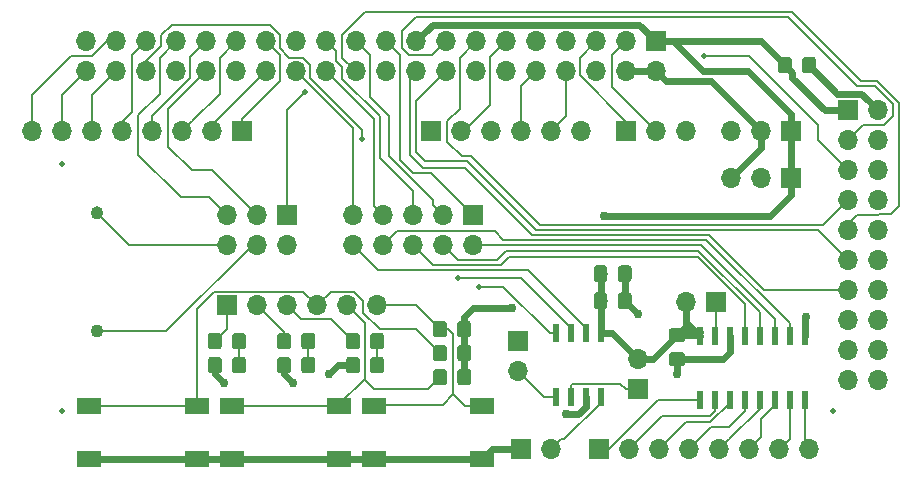
<source format=gbr>
G04 #@! TF.GenerationSoftware,KiCad,Pcbnew,5.0.2+dfsg1-1*
G04 #@! TF.CreationDate,2019-10-10T10:00:05+02:00*
G04 #@! TF.ProjectId,BEE,4245452e-6b69-4636-9164-5f7063625858,rev?*
G04 #@! TF.SameCoordinates,Original*
G04 #@! TF.FileFunction,Copper,L1,Top*
G04 #@! TF.FilePolarity,Positive*
%FSLAX46Y46*%
G04 Gerber Fmt 4.6, Leading zero omitted, Abs format (unit mm)*
G04 Created by KiCad (PCBNEW 5.0.2+dfsg1-1) date Thu 10 Oct 2019 10:00:05 AM CEST*
%MOMM*%
%LPD*%
G01*
G04 APERTURE LIST*
G04 #@! TA.AperFunction,Conductor*
%ADD10C,0.100000*%
G04 #@! TD*
G04 #@! TA.AperFunction,SMDPad,CuDef*
%ADD11C,1.150000*%
G04 #@! TD*
G04 #@! TA.AperFunction,ComponentPad*
%ADD12C,1.100000*%
G04 #@! TD*
G04 #@! TA.AperFunction,ComponentPad*
%ADD13R,1.700000X1.700000*%
G04 #@! TD*
G04 #@! TA.AperFunction,ComponentPad*
%ADD14O,1.700000X1.700000*%
G04 #@! TD*
G04 #@! TA.AperFunction,SMDPad,CuDef*
%ADD15R,0.600000X1.500000*%
G04 #@! TD*
G04 #@! TA.AperFunction,SMDPad,CuDef*
%ADD16R,2.100000X1.400000*%
G04 #@! TD*
G04 #@! TA.AperFunction,SMDPad,CuDef*
%ADD17R,0.600000X1.550000*%
G04 #@! TD*
G04 #@! TA.AperFunction,BGAPad,CuDef*
%ADD18C,0.500000*%
G04 #@! TD*
G04 #@! TA.AperFunction,ViaPad*
%ADD19C,0.762000*%
G04 #@! TD*
G04 #@! TA.AperFunction,ViaPad*
%ADD20C,0.508000*%
G04 #@! TD*
G04 #@! TA.AperFunction,Conductor*
%ADD21C,0.203200*%
G04 #@! TD*
G04 #@! TA.AperFunction,Conductor*
%ADD22C,0.609600*%
G04 #@! TD*
G04 APERTURE END LIST*
D10*
G04 #@! TO.N,GND*
G04 #@! TO.C,D2*
G36*
X121507505Y-109791204D02*
X121531773Y-109794804D01*
X121555572Y-109800765D01*
X121578671Y-109809030D01*
X121600850Y-109819520D01*
X121621893Y-109832132D01*
X121641599Y-109846747D01*
X121659777Y-109863223D01*
X121676253Y-109881401D01*
X121690868Y-109901107D01*
X121703480Y-109922150D01*
X121713970Y-109944329D01*
X121722235Y-109967428D01*
X121728196Y-109991227D01*
X121731796Y-110015495D01*
X121733000Y-110039999D01*
X121733000Y-110940001D01*
X121731796Y-110964505D01*
X121728196Y-110988773D01*
X121722235Y-111012572D01*
X121713970Y-111035671D01*
X121703480Y-111057850D01*
X121690868Y-111078893D01*
X121676253Y-111098599D01*
X121659777Y-111116777D01*
X121641599Y-111133253D01*
X121621893Y-111147868D01*
X121600850Y-111160480D01*
X121578671Y-111170970D01*
X121555572Y-111179235D01*
X121531773Y-111185196D01*
X121507505Y-111188796D01*
X121483001Y-111190000D01*
X120832999Y-111190000D01*
X120808495Y-111188796D01*
X120784227Y-111185196D01*
X120760428Y-111179235D01*
X120737329Y-111170970D01*
X120715150Y-111160480D01*
X120694107Y-111147868D01*
X120674401Y-111133253D01*
X120656223Y-111116777D01*
X120639747Y-111098599D01*
X120625132Y-111078893D01*
X120612520Y-111057850D01*
X120602030Y-111035671D01*
X120593765Y-111012572D01*
X120587804Y-110988773D01*
X120584204Y-110964505D01*
X120583000Y-110940001D01*
X120583000Y-110039999D01*
X120584204Y-110015495D01*
X120587804Y-109991227D01*
X120593765Y-109967428D01*
X120602030Y-109944329D01*
X120612520Y-109922150D01*
X120625132Y-109901107D01*
X120639747Y-109881401D01*
X120656223Y-109863223D01*
X120674401Y-109846747D01*
X120694107Y-109832132D01*
X120715150Y-109819520D01*
X120737329Y-109809030D01*
X120760428Y-109800765D01*
X120784227Y-109794804D01*
X120808495Y-109791204D01*
X120832999Y-109790000D01*
X121483001Y-109790000D01*
X121507505Y-109791204D01*
X121507505Y-109791204D01*
G37*
D11*
G04 #@! TD*
G04 #@! TO.P,D2,1*
G04 #@! TO.N,GND*
X121158000Y-110490000D03*
D10*
G04 #@! TO.N,Net-(D2-Pad2)*
G04 #@! TO.C,D2*
G36*
X123557505Y-109791204D02*
X123581773Y-109794804D01*
X123605572Y-109800765D01*
X123628671Y-109809030D01*
X123650850Y-109819520D01*
X123671893Y-109832132D01*
X123691599Y-109846747D01*
X123709777Y-109863223D01*
X123726253Y-109881401D01*
X123740868Y-109901107D01*
X123753480Y-109922150D01*
X123763970Y-109944329D01*
X123772235Y-109967428D01*
X123778196Y-109991227D01*
X123781796Y-110015495D01*
X123783000Y-110039999D01*
X123783000Y-110940001D01*
X123781796Y-110964505D01*
X123778196Y-110988773D01*
X123772235Y-111012572D01*
X123763970Y-111035671D01*
X123753480Y-111057850D01*
X123740868Y-111078893D01*
X123726253Y-111098599D01*
X123709777Y-111116777D01*
X123691599Y-111133253D01*
X123671893Y-111147868D01*
X123650850Y-111160480D01*
X123628671Y-111170970D01*
X123605572Y-111179235D01*
X123581773Y-111185196D01*
X123557505Y-111188796D01*
X123533001Y-111190000D01*
X122882999Y-111190000D01*
X122858495Y-111188796D01*
X122834227Y-111185196D01*
X122810428Y-111179235D01*
X122787329Y-111170970D01*
X122765150Y-111160480D01*
X122744107Y-111147868D01*
X122724401Y-111133253D01*
X122706223Y-111116777D01*
X122689747Y-111098599D01*
X122675132Y-111078893D01*
X122662520Y-111057850D01*
X122652030Y-111035671D01*
X122643765Y-111012572D01*
X122637804Y-110988773D01*
X122634204Y-110964505D01*
X122633000Y-110940001D01*
X122633000Y-110039999D01*
X122634204Y-110015495D01*
X122637804Y-109991227D01*
X122643765Y-109967428D01*
X122652030Y-109944329D01*
X122662520Y-109922150D01*
X122675132Y-109901107D01*
X122689747Y-109881401D01*
X122706223Y-109863223D01*
X122724401Y-109846747D01*
X122744107Y-109832132D01*
X122765150Y-109819520D01*
X122787329Y-109809030D01*
X122810428Y-109800765D01*
X122834227Y-109794804D01*
X122858495Y-109791204D01*
X122882999Y-109790000D01*
X123533001Y-109790000D01*
X123557505Y-109791204D01*
X123557505Y-109791204D01*
G37*
D11*
G04 #@! TD*
G04 #@! TO.P,D2,2*
G04 #@! TO.N,Net-(D2-Pad2)*
X123208000Y-110490000D03*
D12*
G04 #@! TO.P,BZ1,2*
G04 #@! TO.N,Net-(BZ1-Pad2)*
X105283000Y-97616000D03*
G04 #@! TO.P,BZ1,1*
G04 #@! TO.N,Net-(BZ1-Pad1)*
X105283000Y-107616000D03*
G04 #@! TD*
D13*
G04 #@! TO.P,J5,1*
G04 #@! TO.N,+3V3*
X168910000Y-88900000D03*
D14*
G04 #@! TO.P,J5,2*
G04 #@! TO.N,Net-(J5-Pad2)*
X171450000Y-88900000D03*
G04 #@! TO.P,J5,3*
G04 #@! TO.N,/BCM22_TRST*
X168910000Y-91440000D03*
G04 #@! TO.P,J5,4*
G04 #@! TO.N,GND*
X171450000Y-91440000D03*
G04 #@! TO.P,J5,5*
G04 #@! TO.N,/BCM4_TDI*
X168910000Y-93980000D03*
G04 #@! TO.P,J5,6*
G04 #@! TO.N,GND*
X171450000Y-93980000D03*
G04 #@! TO.P,J5,7*
G04 #@! TO.N,/BCM27_TMS*
X168910000Y-96520000D03*
G04 #@! TO.P,J5,8*
G04 #@! TO.N,GND*
X171450000Y-96520000D03*
G04 #@! TO.P,J5,9*
G04 #@! TO.N,/BCM25_TCK*
X168910000Y-99060000D03*
G04 #@! TO.P,J5,10*
G04 #@! TO.N,GND*
X171450000Y-99060000D03*
G04 #@! TO.P,J5,11*
G04 #@! TO.N,/BCM23_RTCK*
X168910000Y-101600000D03*
G04 #@! TO.P,J5,12*
G04 #@! TO.N,GND*
X171450000Y-101600000D03*
G04 #@! TO.P,J5,13*
G04 #@! TO.N,/BCM24_TDO*
X168910000Y-104140000D03*
G04 #@! TO.P,J5,14*
G04 #@! TO.N,GND*
X171450000Y-104140000D03*
G04 #@! TO.P,J5,15*
G04 #@! TO.N,N/C*
X168910000Y-106680000D03*
G04 #@! TO.P,J5,16*
G04 #@! TO.N,GND*
X171450000Y-106680000D03*
G04 #@! TO.P,J5,17*
G04 #@! TO.N,N/C*
X168910000Y-109220000D03*
G04 #@! TO.P,J5,18*
G04 #@! TO.N,GND*
X171450000Y-109220000D03*
G04 #@! TO.P,J5,19*
G04 #@! TO.N,N/C*
X168910000Y-111760000D03*
G04 #@! TO.P,J5,20*
G04 #@! TO.N,GND*
X171450000Y-111760000D03*
G04 #@! TD*
D13*
G04 #@! TO.P,J2,1*
G04 #@! TO.N,/BCM10_MOSI*
X137160000Y-97790000D03*
D14*
G04 #@! TO.P,J2,2*
G04 #@! TO.N,/MOSI*
X137160000Y-100330000D03*
G04 #@! TO.P,J2,3*
G04 #@! TO.N,/BCM9_MISO*
X134620000Y-97790000D03*
G04 #@! TO.P,J2,4*
G04 #@! TO.N,/MISO*
X134620000Y-100330000D03*
G04 #@! TO.P,J2,5*
G04 #@! TO.N,/BCM11_SCLK*
X132080000Y-97790000D03*
G04 #@! TO.P,J2,6*
G04 #@! TO.N,/SCLK*
X132080000Y-100330000D03*
G04 #@! TO.P,J2,7*
G04 #@! TO.N,/BCM8_CE0*
X129540000Y-97790000D03*
G04 #@! TO.P,J2,8*
G04 #@! TO.N,/CE_ADC*
X129540000Y-100330000D03*
G04 #@! TO.P,J2,9*
G04 #@! TO.N,/BCM7_CE1*
X127000000Y-97790000D03*
G04 #@! TO.P,J2,10*
G04 #@! TO.N,/CE_DAC*
X127000000Y-100330000D03*
G04 #@! TD*
D13*
G04 #@! TO.P,J1,1*
G04 #@! TO.N,+3V3*
X152654000Y-83058000D03*
D14*
G04 #@! TO.P,J1,2*
G04 #@! TO.N,+5V*
X152654000Y-85598000D03*
G04 #@! TO.P,J1,3*
G04 #@! TO.N,/BCM2_SDA*
X150114000Y-83058000D03*
G04 #@! TO.P,J1,4*
G04 #@! TO.N,+5V*
X150114000Y-85598000D03*
G04 #@! TO.P,J1,5*
G04 #@! TO.N,/BCM3_SCL*
X147574000Y-83058000D03*
G04 #@! TO.P,J1,6*
G04 #@! TO.N,GND*
X147574000Y-85598000D03*
G04 #@! TO.P,J1,7*
G04 #@! TO.N,/BCM4_TDI*
X145034000Y-83058000D03*
G04 #@! TO.P,J1,8*
G04 #@! TO.N,/BCM14_TX*
X145034000Y-85598000D03*
G04 #@! TO.P,J1,9*
G04 #@! TO.N,GND*
X142494000Y-83058000D03*
G04 #@! TO.P,J1,10*
G04 #@! TO.N,/BCM15_RX*
X142494000Y-85598000D03*
G04 #@! TO.P,J1,11*
G04 #@! TO.N,/BCM17_RTS*
X139954000Y-83058000D03*
G04 #@! TO.P,J1,12*
G04 #@! TO.N,/BCM18_PWM0*
X139954000Y-85598000D03*
G04 #@! TO.P,J1,13*
G04 #@! TO.N,/BCM27_TMS*
X137414000Y-83058000D03*
G04 #@! TO.P,J1,14*
G04 #@! TO.N,GND*
X137414000Y-85598000D03*
G04 #@! TO.P,J1,15*
G04 #@! TO.N,/BCM22_TRST*
X134874000Y-83058000D03*
G04 #@! TO.P,J1,16*
G04 #@! TO.N,/BCM23_RTCK*
X134874000Y-85598000D03*
G04 #@! TO.P,J1,17*
G04 #@! TO.N,+3V3*
X132334000Y-83058000D03*
G04 #@! TO.P,J1,18*
G04 #@! TO.N,/BCM24_TDO*
X132334000Y-85598000D03*
G04 #@! TO.P,J1,19*
G04 #@! TO.N,/BCM10_MOSI*
X129794000Y-83058000D03*
G04 #@! TO.P,J1,20*
G04 #@! TO.N,GND*
X129794000Y-85598000D03*
G04 #@! TO.P,J1,21*
G04 #@! TO.N,/BCM9_MISO*
X127254000Y-83058000D03*
G04 #@! TO.P,J1,22*
G04 #@! TO.N,/BCM25_TCK*
X127254000Y-85598000D03*
G04 #@! TO.P,J1,23*
G04 #@! TO.N,/BCM11_SCLK*
X124714000Y-83058000D03*
G04 #@! TO.P,J1,24*
G04 #@! TO.N,/BCM8_CE0*
X124714000Y-85598000D03*
G04 #@! TO.P,J1,25*
G04 #@! TO.N,GND*
X122174000Y-83058000D03*
G04 #@! TO.P,J1,26*
G04 #@! TO.N,/BCM7_CE1*
X122174000Y-85598000D03*
G04 #@! TO.P,J1,27*
G04 #@! TO.N,/BCM0*
X119634000Y-83058000D03*
G04 #@! TO.P,J1,28*
G04 #@! TO.N,/BCM1*
X119634000Y-85598000D03*
G04 #@! TO.P,J1,29*
G04 #@! TO.N,/BCM5*
X117094000Y-83058000D03*
G04 #@! TO.P,J1,30*
G04 #@! TO.N,GND*
X117094000Y-85598000D03*
G04 #@! TO.P,J1,31*
G04 #@! TO.N,/BCM6*
X114554000Y-83058000D03*
G04 #@! TO.P,J1,32*
G04 #@! TO.N,/BCM12_PWM0*
X114554000Y-85598000D03*
G04 #@! TO.P,J1,33*
G04 #@! TO.N,/BCM13_PWM1*
X112014000Y-83058000D03*
G04 #@! TO.P,J1,34*
G04 #@! TO.N,GND*
X112014000Y-85598000D03*
G04 #@! TO.P,J1,35*
G04 #@! TO.N,/BCM19*
X109474000Y-83058000D03*
G04 #@! TO.P,J1,36*
G04 #@! TO.N,/BCM16_CTS*
X109474000Y-85598000D03*
G04 #@! TO.P,J1,37*
G04 #@! TO.N,/BCM26*
X106934000Y-83058000D03*
G04 #@! TO.P,J1,38*
G04 #@! TO.N,/BCM20*
X106934000Y-85598000D03*
G04 #@! TO.P,J1,39*
G04 #@! TO.N,GND*
X104394000Y-83058000D03*
G04 #@! TO.P,J1,40*
G04 #@! TO.N,/BCM21*
X104394000Y-85598000D03*
G04 #@! TD*
D13*
G04 #@! TO.P,J13,1*
G04 #@! TO.N,GND*
X133604000Y-90678000D03*
D14*
G04 #@! TO.P,J13,2*
G04 #@! TO.N,/BCM17_RTS*
X136144000Y-90678000D03*
G04 #@! TO.P,J13,3*
G04 #@! TO.N,N/C*
X138684000Y-90678000D03*
G04 #@! TO.P,J13,4*
G04 #@! TO.N,/BCM15_RX*
X141224000Y-90678000D03*
G04 #@! TO.P,J13,5*
G04 #@! TO.N,/BCM14_TX*
X143764000Y-90678000D03*
G04 #@! TO.P,J13,6*
G04 #@! TO.N,/BCM16_CTS*
X146304000Y-90678000D03*
G04 #@! TD*
D15*
G04 #@! TO.P,U1,1*
G04 #@! TO.N,Net-(J8-Pad1)*
X156337000Y-113444000D03*
G04 #@! TO.P,U1,2*
G04 #@! TO.N,Net-(J8-Pad2)*
X157607000Y-113444000D03*
G04 #@! TO.P,U1,3*
G04 #@! TO.N,Net-(J8-Pad3)*
X158877000Y-113444000D03*
G04 #@! TO.P,U1,4*
G04 #@! TO.N,Net-(J8-Pad4)*
X160147000Y-113444000D03*
G04 #@! TO.P,U1,5*
G04 #@! TO.N,Net-(J8-Pad5)*
X161417000Y-113444000D03*
G04 #@! TO.P,U1,6*
G04 #@! TO.N,Net-(J8-Pad6)*
X162687000Y-113444000D03*
G04 #@! TO.P,U1,7*
G04 #@! TO.N,Net-(J8-Pad7)*
X163957000Y-113444000D03*
G04 #@! TO.P,U1,8*
G04 #@! TO.N,Net-(J8-Pad8)*
X165227000Y-113444000D03*
G04 #@! TO.P,U1,9*
G04 #@! TO.N,GND*
X165227000Y-108044000D03*
G04 #@! TO.P,U1,10*
G04 #@! TO.N,/CE_ADC*
X163957000Y-108044000D03*
G04 #@! TO.P,U1,11*
G04 #@! TO.N,/MOSI*
X162687000Y-108044000D03*
G04 #@! TO.P,U1,12*
G04 #@! TO.N,/MISO*
X161417000Y-108044000D03*
G04 #@! TO.P,U1,13*
G04 #@! TO.N,/SCLK*
X160147000Y-108044000D03*
G04 #@! TO.P,U1,14*
G04 #@! TO.N,GND*
X158877000Y-108044000D03*
G04 #@! TO.P,U1,15*
G04 #@! TO.N,Net-(J11-Pad1)*
X157607000Y-108044000D03*
G04 #@! TO.P,U1,16*
G04 #@! TO.N,VDD*
X156337000Y-108044000D03*
G04 #@! TD*
D10*
G04 #@! TO.N,/L2*
G04 #@! TO.C,R2*
G36*
X121507505Y-107759204D02*
X121531773Y-107762804D01*
X121555572Y-107768765D01*
X121578671Y-107777030D01*
X121600850Y-107787520D01*
X121621893Y-107800132D01*
X121641599Y-107814747D01*
X121659777Y-107831223D01*
X121676253Y-107849401D01*
X121690868Y-107869107D01*
X121703480Y-107890150D01*
X121713970Y-107912329D01*
X121722235Y-107935428D01*
X121728196Y-107959227D01*
X121731796Y-107983495D01*
X121733000Y-108007999D01*
X121733000Y-108908001D01*
X121731796Y-108932505D01*
X121728196Y-108956773D01*
X121722235Y-108980572D01*
X121713970Y-109003671D01*
X121703480Y-109025850D01*
X121690868Y-109046893D01*
X121676253Y-109066599D01*
X121659777Y-109084777D01*
X121641599Y-109101253D01*
X121621893Y-109115868D01*
X121600850Y-109128480D01*
X121578671Y-109138970D01*
X121555572Y-109147235D01*
X121531773Y-109153196D01*
X121507505Y-109156796D01*
X121483001Y-109158000D01*
X120832999Y-109158000D01*
X120808495Y-109156796D01*
X120784227Y-109153196D01*
X120760428Y-109147235D01*
X120737329Y-109138970D01*
X120715150Y-109128480D01*
X120694107Y-109115868D01*
X120674401Y-109101253D01*
X120656223Y-109084777D01*
X120639747Y-109066599D01*
X120625132Y-109046893D01*
X120612520Y-109025850D01*
X120602030Y-109003671D01*
X120593765Y-108980572D01*
X120587804Y-108956773D01*
X120584204Y-108932505D01*
X120583000Y-108908001D01*
X120583000Y-108007999D01*
X120584204Y-107983495D01*
X120587804Y-107959227D01*
X120593765Y-107935428D01*
X120602030Y-107912329D01*
X120612520Y-107890150D01*
X120625132Y-107869107D01*
X120639747Y-107849401D01*
X120656223Y-107831223D01*
X120674401Y-107814747D01*
X120694107Y-107800132D01*
X120715150Y-107787520D01*
X120737329Y-107777030D01*
X120760428Y-107768765D01*
X120784227Y-107762804D01*
X120808495Y-107759204D01*
X120832999Y-107758000D01*
X121483001Y-107758000D01*
X121507505Y-107759204D01*
X121507505Y-107759204D01*
G37*
D11*
G04 #@! TD*
G04 #@! TO.P,R2,1*
G04 #@! TO.N,/L2*
X121158000Y-108458000D03*
D10*
G04 #@! TO.N,Net-(D2-Pad2)*
G04 #@! TO.C,R2*
G36*
X123557505Y-107759204D02*
X123581773Y-107762804D01*
X123605572Y-107768765D01*
X123628671Y-107777030D01*
X123650850Y-107787520D01*
X123671893Y-107800132D01*
X123691599Y-107814747D01*
X123709777Y-107831223D01*
X123726253Y-107849401D01*
X123740868Y-107869107D01*
X123753480Y-107890150D01*
X123763970Y-107912329D01*
X123772235Y-107935428D01*
X123778196Y-107959227D01*
X123781796Y-107983495D01*
X123783000Y-108007999D01*
X123783000Y-108908001D01*
X123781796Y-108932505D01*
X123778196Y-108956773D01*
X123772235Y-108980572D01*
X123763970Y-109003671D01*
X123753480Y-109025850D01*
X123740868Y-109046893D01*
X123726253Y-109066599D01*
X123709777Y-109084777D01*
X123691599Y-109101253D01*
X123671893Y-109115868D01*
X123650850Y-109128480D01*
X123628671Y-109138970D01*
X123605572Y-109147235D01*
X123581773Y-109153196D01*
X123557505Y-109156796D01*
X123533001Y-109158000D01*
X122882999Y-109158000D01*
X122858495Y-109156796D01*
X122834227Y-109153196D01*
X122810428Y-109147235D01*
X122787329Y-109138970D01*
X122765150Y-109128480D01*
X122744107Y-109115868D01*
X122724401Y-109101253D01*
X122706223Y-109084777D01*
X122689747Y-109066599D01*
X122675132Y-109046893D01*
X122662520Y-109025850D01*
X122652030Y-109003671D01*
X122643765Y-108980572D01*
X122637804Y-108956773D01*
X122634204Y-108932505D01*
X122633000Y-108908001D01*
X122633000Y-108007999D01*
X122634204Y-107983495D01*
X122637804Y-107959227D01*
X122643765Y-107935428D01*
X122652030Y-107912329D01*
X122662520Y-107890150D01*
X122675132Y-107869107D01*
X122689747Y-107849401D01*
X122706223Y-107831223D01*
X122724401Y-107814747D01*
X122744107Y-107800132D01*
X122765150Y-107787520D01*
X122787329Y-107777030D01*
X122810428Y-107768765D01*
X122834227Y-107762804D01*
X122858495Y-107759204D01*
X122882999Y-107758000D01*
X123533001Y-107758000D01*
X123557505Y-107759204D01*
X123557505Y-107759204D01*
G37*
D11*
G04 #@! TD*
G04 #@! TO.P,R2,2*
G04 #@! TO.N,Net-(D2-Pad2)*
X123208000Y-108458000D03*
D10*
G04 #@! TO.N,Net-(D3-Pad2)*
G04 #@! TO.C,R3*
G36*
X129390505Y-107759204D02*
X129414773Y-107762804D01*
X129438572Y-107768765D01*
X129461671Y-107777030D01*
X129483850Y-107787520D01*
X129504893Y-107800132D01*
X129524599Y-107814747D01*
X129542777Y-107831223D01*
X129559253Y-107849401D01*
X129573868Y-107869107D01*
X129586480Y-107890150D01*
X129596970Y-107912329D01*
X129605235Y-107935428D01*
X129611196Y-107959227D01*
X129614796Y-107983495D01*
X129616000Y-108007999D01*
X129616000Y-108908001D01*
X129614796Y-108932505D01*
X129611196Y-108956773D01*
X129605235Y-108980572D01*
X129596970Y-109003671D01*
X129586480Y-109025850D01*
X129573868Y-109046893D01*
X129559253Y-109066599D01*
X129542777Y-109084777D01*
X129524599Y-109101253D01*
X129504893Y-109115868D01*
X129483850Y-109128480D01*
X129461671Y-109138970D01*
X129438572Y-109147235D01*
X129414773Y-109153196D01*
X129390505Y-109156796D01*
X129366001Y-109158000D01*
X128715999Y-109158000D01*
X128691495Y-109156796D01*
X128667227Y-109153196D01*
X128643428Y-109147235D01*
X128620329Y-109138970D01*
X128598150Y-109128480D01*
X128577107Y-109115868D01*
X128557401Y-109101253D01*
X128539223Y-109084777D01*
X128522747Y-109066599D01*
X128508132Y-109046893D01*
X128495520Y-109025850D01*
X128485030Y-109003671D01*
X128476765Y-108980572D01*
X128470804Y-108956773D01*
X128467204Y-108932505D01*
X128466000Y-108908001D01*
X128466000Y-108007999D01*
X128467204Y-107983495D01*
X128470804Y-107959227D01*
X128476765Y-107935428D01*
X128485030Y-107912329D01*
X128495520Y-107890150D01*
X128508132Y-107869107D01*
X128522747Y-107849401D01*
X128539223Y-107831223D01*
X128557401Y-107814747D01*
X128577107Y-107800132D01*
X128598150Y-107787520D01*
X128620329Y-107777030D01*
X128643428Y-107768765D01*
X128667227Y-107762804D01*
X128691495Y-107759204D01*
X128715999Y-107758000D01*
X129366001Y-107758000D01*
X129390505Y-107759204D01*
X129390505Y-107759204D01*
G37*
D11*
G04 #@! TD*
G04 #@! TO.P,R3,2*
G04 #@! TO.N,Net-(D3-Pad2)*
X129041000Y-108458000D03*
D10*
G04 #@! TO.N,/L1*
G04 #@! TO.C,R3*
G36*
X127340505Y-107759204D02*
X127364773Y-107762804D01*
X127388572Y-107768765D01*
X127411671Y-107777030D01*
X127433850Y-107787520D01*
X127454893Y-107800132D01*
X127474599Y-107814747D01*
X127492777Y-107831223D01*
X127509253Y-107849401D01*
X127523868Y-107869107D01*
X127536480Y-107890150D01*
X127546970Y-107912329D01*
X127555235Y-107935428D01*
X127561196Y-107959227D01*
X127564796Y-107983495D01*
X127566000Y-108007999D01*
X127566000Y-108908001D01*
X127564796Y-108932505D01*
X127561196Y-108956773D01*
X127555235Y-108980572D01*
X127546970Y-109003671D01*
X127536480Y-109025850D01*
X127523868Y-109046893D01*
X127509253Y-109066599D01*
X127492777Y-109084777D01*
X127474599Y-109101253D01*
X127454893Y-109115868D01*
X127433850Y-109128480D01*
X127411671Y-109138970D01*
X127388572Y-109147235D01*
X127364773Y-109153196D01*
X127340505Y-109156796D01*
X127316001Y-109158000D01*
X126665999Y-109158000D01*
X126641495Y-109156796D01*
X126617227Y-109153196D01*
X126593428Y-109147235D01*
X126570329Y-109138970D01*
X126548150Y-109128480D01*
X126527107Y-109115868D01*
X126507401Y-109101253D01*
X126489223Y-109084777D01*
X126472747Y-109066599D01*
X126458132Y-109046893D01*
X126445520Y-109025850D01*
X126435030Y-109003671D01*
X126426765Y-108980572D01*
X126420804Y-108956773D01*
X126417204Y-108932505D01*
X126416000Y-108908001D01*
X126416000Y-108007999D01*
X126417204Y-107983495D01*
X126420804Y-107959227D01*
X126426765Y-107935428D01*
X126435030Y-107912329D01*
X126445520Y-107890150D01*
X126458132Y-107869107D01*
X126472747Y-107849401D01*
X126489223Y-107831223D01*
X126507401Y-107814747D01*
X126527107Y-107800132D01*
X126548150Y-107787520D01*
X126570329Y-107777030D01*
X126593428Y-107768765D01*
X126617227Y-107762804D01*
X126641495Y-107759204D01*
X126665999Y-107758000D01*
X127316001Y-107758000D01*
X127340505Y-107759204D01*
X127340505Y-107759204D01*
G37*
D11*
G04 #@! TD*
G04 #@! TO.P,R3,1*
G04 #@! TO.N,/L1*
X126991000Y-108458000D03*
D10*
G04 #@! TO.N,Net-(D1-Pad2)*
G04 #@! TO.C,D1*
G36*
X117706505Y-109791204D02*
X117730773Y-109794804D01*
X117754572Y-109800765D01*
X117777671Y-109809030D01*
X117799850Y-109819520D01*
X117820893Y-109832132D01*
X117840599Y-109846747D01*
X117858777Y-109863223D01*
X117875253Y-109881401D01*
X117889868Y-109901107D01*
X117902480Y-109922150D01*
X117912970Y-109944329D01*
X117921235Y-109967428D01*
X117927196Y-109991227D01*
X117930796Y-110015495D01*
X117932000Y-110039999D01*
X117932000Y-110940001D01*
X117930796Y-110964505D01*
X117927196Y-110988773D01*
X117921235Y-111012572D01*
X117912970Y-111035671D01*
X117902480Y-111057850D01*
X117889868Y-111078893D01*
X117875253Y-111098599D01*
X117858777Y-111116777D01*
X117840599Y-111133253D01*
X117820893Y-111147868D01*
X117799850Y-111160480D01*
X117777671Y-111170970D01*
X117754572Y-111179235D01*
X117730773Y-111185196D01*
X117706505Y-111188796D01*
X117682001Y-111190000D01*
X117031999Y-111190000D01*
X117007495Y-111188796D01*
X116983227Y-111185196D01*
X116959428Y-111179235D01*
X116936329Y-111170970D01*
X116914150Y-111160480D01*
X116893107Y-111147868D01*
X116873401Y-111133253D01*
X116855223Y-111116777D01*
X116838747Y-111098599D01*
X116824132Y-111078893D01*
X116811520Y-111057850D01*
X116801030Y-111035671D01*
X116792765Y-111012572D01*
X116786804Y-110988773D01*
X116783204Y-110964505D01*
X116782000Y-110940001D01*
X116782000Y-110039999D01*
X116783204Y-110015495D01*
X116786804Y-109991227D01*
X116792765Y-109967428D01*
X116801030Y-109944329D01*
X116811520Y-109922150D01*
X116824132Y-109901107D01*
X116838747Y-109881401D01*
X116855223Y-109863223D01*
X116873401Y-109846747D01*
X116893107Y-109832132D01*
X116914150Y-109819520D01*
X116936329Y-109809030D01*
X116959428Y-109800765D01*
X116983227Y-109794804D01*
X117007495Y-109791204D01*
X117031999Y-109790000D01*
X117682001Y-109790000D01*
X117706505Y-109791204D01*
X117706505Y-109791204D01*
G37*
D11*
G04 #@! TD*
G04 #@! TO.P,D1,2*
G04 #@! TO.N,Net-(D1-Pad2)*
X117357000Y-110490000D03*
D10*
G04 #@! TO.N,GND*
G04 #@! TO.C,D1*
G36*
X115656505Y-109791204D02*
X115680773Y-109794804D01*
X115704572Y-109800765D01*
X115727671Y-109809030D01*
X115749850Y-109819520D01*
X115770893Y-109832132D01*
X115790599Y-109846747D01*
X115808777Y-109863223D01*
X115825253Y-109881401D01*
X115839868Y-109901107D01*
X115852480Y-109922150D01*
X115862970Y-109944329D01*
X115871235Y-109967428D01*
X115877196Y-109991227D01*
X115880796Y-110015495D01*
X115882000Y-110039999D01*
X115882000Y-110940001D01*
X115880796Y-110964505D01*
X115877196Y-110988773D01*
X115871235Y-111012572D01*
X115862970Y-111035671D01*
X115852480Y-111057850D01*
X115839868Y-111078893D01*
X115825253Y-111098599D01*
X115808777Y-111116777D01*
X115790599Y-111133253D01*
X115770893Y-111147868D01*
X115749850Y-111160480D01*
X115727671Y-111170970D01*
X115704572Y-111179235D01*
X115680773Y-111185196D01*
X115656505Y-111188796D01*
X115632001Y-111190000D01*
X114981999Y-111190000D01*
X114957495Y-111188796D01*
X114933227Y-111185196D01*
X114909428Y-111179235D01*
X114886329Y-111170970D01*
X114864150Y-111160480D01*
X114843107Y-111147868D01*
X114823401Y-111133253D01*
X114805223Y-111116777D01*
X114788747Y-111098599D01*
X114774132Y-111078893D01*
X114761520Y-111057850D01*
X114751030Y-111035671D01*
X114742765Y-111012572D01*
X114736804Y-110988773D01*
X114733204Y-110964505D01*
X114732000Y-110940001D01*
X114732000Y-110039999D01*
X114733204Y-110015495D01*
X114736804Y-109991227D01*
X114742765Y-109967428D01*
X114751030Y-109944329D01*
X114761520Y-109922150D01*
X114774132Y-109901107D01*
X114788747Y-109881401D01*
X114805223Y-109863223D01*
X114823401Y-109846747D01*
X114843107Y-109832132D01*
X114864150Y-109819520D01*
X114886329Y-109809030D01*
X114909428Y-109800765D01*
X114933227Y-109794804D01*
X114957495Y-109791204D01*
X114981999Y-109790000D01*
X115632001Y-109790000D01*
X115656505Y-109791204D01*
X115656505Y-109791204D01*
G37*
D11*
G04 #@! TD*
G04 #@! TO.P,D1,1*
G04 #@! TO.N,GND*
X115307000Y-110490000D03*
D10*
G04 #@! TO.N,Net-(D1-Pad2)*
G04 #@! TO.C,R1*
G36*
X117697505Y-107759204D02*
X117721773Y-107762804D01*
X117745572Y-107768765D01*
X117768671Y-107777030D01*
X117790850Y-107787520D01*
X117811893Y-107800132D01*
X117831599Y-107814747D01*
X117849777Y-107831223D01*
X117866253Y-107849401D01*
X117880868Y-107869107D01*
X117893480Y-107890150D01*
X117903970Y-107912329D01*
X117912235Y-107935428D01*
X117918196Y-107959227D01*
X117921796Y-107983495D01*
X117923000Y-108007999D01*
X117923000Y-108908001D01*
X117921796Y-108932505D01*
X117918196Y-108956773D01*
X117912235Y-108980572D01*
X117903970Y-109003671D01*
X117893480Y-109025850D01*
X117880868Y-109046893D01*
X117866253Y-109066599D01*
X117849777Y-109084777D01*
X117831599Y-109101253D01*
X117811893Y-109115868D01*
X117790850Y-109128480D01*
X117768671Y-109138970D01*
X117745572Y-109147235D01*
X117721773Y-109153196D01*
X117697505Y-109156796D01*
X117673001Y-109158000D01*
X117022999Y-109158000D01*
X116998495Y-109156796D01*
X116974227Y-109153196D01*
X116950428Y-109147235D01*
X116927329Y-109138970D01*
X116905150Y-109128480D01*
X116884107Y-109115868D01*
X116864401Y-109101253D01*
X116846223Y-109084777D01*
X116829747Y-109066599D01*
X116815132Y-109046893D01*
X116802520Y-109025850D01*
X116792030Y-109003671D01*
X116783765Y-108980572D01*
X116777804Y-108956773D01*
X116774204Y-108932505D01*
X116773000Y-108908001D01*
X116773000Y-108007999D01*
X116774204Y-107983495D01*
X116777804Y-107959227D01*
X116783765Y-107935428D01*
X116792030Y-107912329D01*
X116802520Y-107890150D01*
X116815132Y-107869107D01*
X116829747Y-107849401D01*
X116846223Y-107831223D01*
X116864401Y-107814747D01*
X116884107Y-107800132D01*
X116905150Y-107787520D01*
X116927329Y-107777030D01*
X116950428Y-107768765D01*
X116974227Y-107762804D01*
X116998495Y-107759204D01*
X117022999Y-107758000D01*
X117673001Y-107758000D01*
X117697505Y-107759204D01*
X117697505Y-107759204D01*
G37*
D11*
G04 #@! TD*
G04 #@! TO.P,R1,2*
G04 #@! TO.N,Net-(D1-Pad2)*
X117348000Y-108458000D03*
D10*
G04 #@! TO.N,/L3*
G04 #@! TO.C,R1*
G36*
X115647505Y-107759204D02*
X115671773Y-107762804D01*
X115695572Y-107768765D01*
X115718671Y-107777030D01*
X115740850Y-107787520D01*
X115761893Y-107800132D01*
X115781599Y-107814747D01*
X115799777Y-107831223D01*
X115816253Y-107849401D01*
X115830868Y-107869107D01*
X115843480Y-107890150D01*
X115853970Y-107912329D01*
X115862235Y-107935428D01*
X115868196Y-107959227D01*
X115871796Y-107983495D01*
X115873000Y-108007999D01*
X115873000Y-108908001D01*
X115871796Y-108932505D01*
X115868196Y-108956773D01*
X115862235Y-108980572D01*
X115853970Y-109003671D01*
X115843480Y-109025850D01*
X115830868Y-109046893D01*
X115816253Y-109066599D01*
X115799777Y-109084777D01*
X115781599Y-109101253D01*
X115761893Y-109115868D01*
X115740850Y-109128480D01*
X115718671Y-109138970D01*
X115695572Y-109147235D01*
X115671773Y-109153196D01*
X115647505Y-109156796D01*
X115623001Y-109158000D01*
X114972999Y-109158000D01*
X114948495Y-109156796D01*
X114924227Y-109153196D01*
X114900428Y-109147235D01*
X114877329Y-109138970D01*
X114855150Y-109128480D01*
X114834107Y-109115868D01*
X114814401Y-109101253D01*
X114796223Y-109084777D01*
X114779747Y-109066599D01*
X114765132Y-109046893D01*
X114752520Y-109025850D01*
X114742030Y-109003671D01*
X114733765Y-108980572D01*
X114727804Y-108956773D01*
X114724204Y-108932505D01*
X114723000Y-108908001D01*
X114723000Y-108007999D01*
X114724204Y-107983495D01*
X114727804Y-107959227D01*
X114733765Y-107935428D01*
X114742030Y-107912329D01*
X114752520Y-107890150D01*
X114765132Y-107869107D01*
X114779747Y-107849401D01*
X114796223Y-107831223D01*
X114814401Y-107814747D01*
X114834107Y-107800132D01*
X114855150Y-107787520D01*
X114877329Y-107777030D01*
X114900428Y-107768765D01*
X114924227Y-107762804D01*
X114948495Y-107759204D01*
X114972999Y-107758000D01*
X115623001Y-107758000D01*
X115647505Y-107759204D01*
X115647505Y-107759204D01*
G37*
D11*
G04 #@! TD*
G04 #@! TO.P,R1,1*
G04 #@! TO.N,/L3*
X115298000Y-108458000D03*
D10*
G04 #@! TO.N,Net-(D3-Pad2)*
G04 #@! TO.C,D3*
G36*
X129390505Y-109791204D02*
X129414773Y-109794804D01*
X129438572Y-109800765D01*
X129461671Y-109809030D01*
X129483850Y-109819520D01*
X129504893Y-109832132D01*
X129524599Y-109846747D01*
X129542777Y-109863223D01*
X129559253Y-109881401D01*
X129573868Y-109901107D01*
X129586480Y-109922150D01*
X129596970Y-109944329D01*
X129605235Y-109967428D01*
X129611196Y-109991227D01*
X129614796Y-110015495D01*
X129616000Y-110039999D01*
X129616000Y-110940001D01*
X129614796Y-110964505D01*
X129611196Y-110988773D01*
X129605235Y-111012572D01*
X129596970Y-111035671D01*
X129586480Y-111057850D01*
X129573868Y-111078893D01*
X129559253Y-111098599D01*
X129542777Y-111116777D01*
X129524599Y-111133253D01*
X129504893Y-111147868D01*
X129483850Y-111160480D01*
X129461671Y-111170970D01*
X129438572Y-111179235D01*
X129414773Y-111185196D01*
X129390505Y-111188796D01*
X129366001Y-111190000D01*
X128715999Y-111190000D01*
X128691495Y-111188796D01*
X128667227Y-111185196D01*
X128643428Y-111179235D01*
X128620329Y-111170970D01*
X128598150Y-111160480D01*
X128577107Y-111147868D01*
X128557401Y-111133253D01*
X128539223Y-111116777D01*
X128522747Y-111098599D01*
X128508132Y-111078893D01*
X128495520Y-111057850D01*
X128485030Y-111035671D01*
X128476765Y-111012572D01*
X128470804Y-110988773D01*
X128467204Y-110964505D01*
X128466000Y-110940001D01*
X128466000Y-110039999D01*
X128467204Y-110015495D01*
X128470804Y-109991227D01*
X128476765Y-109967428D01*
X128485030Y-109944329D01*
X128495520Y-109922150D01*
X128508132Y-109901107D01*
X128522747Y-109881401D01*
X128539223Y-109863223D01*
X128557401Y-109846747D01*
X128577107Y-109832132D01*
X128598150Y-109819520D01*
X128620329Y-109809030D01*
X128643428Y-109800765D01*
X128667227Y-109794804D01*
X128691495Y-109791204D01*
X128715999Y-109790000D01*
X129366001Y-109790000D01*
X129390505Y-109791204D01*
X129390505Y-109791204D01*
G37*
D11*
G04 #@! TD*
G04 #@! TO.P,D3,2*
G04 #@! TO.N,Net-(D3-Pad2)*
X129041000Y-110490000D03*
D10*
G04 #@! TO.N,GND*
G04 #@! TO.C,D3*
G36*
X127340505Y-109791204D02*
X127364773Y-109794804D01*
X127388572Y-109800765D01*
X127411671Y-109809030D01*
X127433850Y-109819520D01*
X127454893Y-109832132D01*
X127474599Y-109846747D01*
X127492777Y-109863223D01*
X127509253Y-109881401D01*
X127523868Y-109901107D01*
X127536480Y-109922150D01*
X127546970Y-109944329D01*
X127555235Y-109967428D01*
X127561196Y-109991227D01*
X127564796Y-110015495D01*
X127566000Y-110039999D01*
X127566000Y-110940001D01*
X127564796Y-110964505D01*
X127561196Y-110988773D01*
X127555235Y-111012572D01*
X127546970Y-111035671D01*
X127536480Y-111057850D01*
X127523868Y-111078893D01*
X127509253Y-111098599D01*
X127492777Y-111116777D01*
X127474599Y-111133253D01*
X127454893Y-111147868D01*
X127433850Y-111160480D01*
X127411671Y-111170970D01*
X127388572Y-111179235D01*
X127364773Y-111185196D01*
X127340505Y-111188796D01*
X127316001Y-111190000D01*
X126665999Y-111190000D01*
X126641495Y-111188796D01*
X126617227Y-111185196D01*
X126593428Y-111179235D01*
X126570329Y-111170970D01*
X126548150Y-111160480D01*
X126527107Y-111147868D01*
X126507401Y-111133253D01*
X126489223Y-111116777D01*
X126472747Y-111098599D01*
X126458132Y-111078893D01*
X126445520Y-111057850D01*
X126435030Y-111035671D01*
X126426765Y-111012572D01*
X126420804Y-110988773D01*
X126417204Y-110964505D01*
X126416000Y-110940001D01*
X126416000Y-110039999D01*
X126417204Y-110015495D01*
X126420804Y-109991227D01*
X126426765Y-109967428D01*
X126435030Y-109944329D01*
X126445520Y-109922150D01*
X126458132Y-109901107D01*
X126472747Y-109881401D01*
X126489223Y-109863223D01*
X126507401Y-109846747D01*
X126527107Y-109832132D01*
X126548150Y-109819520D01*
X126570329Y-109809030D01*
X126593428Y-109800765D01*
X126617227Y-109794804D01*
X126641495Y-109791204D01*
X126665999Y-109790000D01*
X127316001Y-109790000D01*
X127340505Y-109791204D01*
X127340505Y-109791204D01*
G37*
D11*
G04 #@! TD*
G04 #@! TO.P,D3,1*
G04 #@! TO.N,GND*
X126991000Y-110490000D03*
D13*
G04 #@! TO.P,J4,1*
G04 #@! TO.N,/L3*
X116332000Y-105410000D03*
D14*
G04 #@! TO.P,J4,2*
G04 #@! TO.N,/L2*
X118872000Y-105410000D03*
G04 #@! TO.P,J4,3*
G04 #@! TO.N,/L1*
X121412000Y-105410000D03*
G04 #@! TO.P,J4,4*
G04 #@! TO.N,/SW3*
X123952000Y-105410000D03*
G04 #@! TO.P,J4,5*
G04 #@! TO.N,/SW2*
X126492000Y-105410000D03*
G04 #@! TO.P,J4,6*
G04 #@! TO.N,/SW1*
X129032000Y-105410000D03*
G04 #@! TD*
D13*
G04 #@! TO.P,J8,1*
G04 #@! TO.N,Net-(J8-Pad1)*
X147828000Y-117602000D03*
D14*
G04 #@! TO.P,J8,2*
G04 #@! TO.N,Net-(J8-Pad2)*
X150368000Y-117602000D03*
G04 #@! TO.P,J8,3*
G04 #@! TO.N,Net-(J8-Pad3)*
X152908000Y-117602000D03*
G04 #@! TO.P,J8,4*
G04 #@! TO.N,Net-(J8-Pad4)*
X155448000Y-117602000D03*
G04 #@! TO.P,J8,5*
G04 #@! TO.N,Net-(J8-Pad5)*
X157988000Y-117602000D03*
G04 #@! TO.P,J8,6*
G04 #@! TO.N,Net-(J8-Pad6)*
X160528000Y-117602000D03*
G04 #@! TO.P,J8,7*
G04 #@! TO.N,Net-(J8-Pad7)*
X163068000Y-117602000D03*
G04 #@! TO.P,J8,8*
G04 #@! TO.N,Net-(J8-Pad8)*
X165608000Y-117602000D03*
G04 #@! TD*
D10*
G04 #@! TO.N,/SW3*
G04 #@! TO.C,R4*
G36*
X134715505Y-108775204D02*
X134739773Y-108778804D01*
X134763572Y-108784765D01*
X134786671Y-108793030D01*
X134808850Y-108803520D01*
X134829893Y-108816132D01*
X134849599Y-108830747D01*
X134867777Y-108847223D01*
X134884253Y-108865401D01*
X134898868Y-108885107D01*
X134911480Y-108906150D01*
X134921970Y-108928329D01*
X134930235Y-108951428D01*
X134936196Y-108975227D01*
X134939796Y-108999495D01*
X134941000Y-109023999D01*
X134941000Y-109924001D01*
X134939796Y-109948505D01*
X134936196Y-109972773D01*
X134930235Y-109996572D01*
X134921970Y-110019671D01*
X134911480Y-110041850D01*
X134898868Y-110062893D01*
X134884253Y-110082599D01*
X134867777Y-110100777D01*
X134849599Y-110117253D01*
X134829893Y-110131868D01*
X134808850Y-110144480D01*
X134786671Y-110154970D01*
X134763572Y-110163235D01*
X134739773Y-110169196D01*
X134715505Y-110172796D01*
X134691001Y-110174000D01*
X134040999Y-110174000D01*
X134016495Y-110172796D01*
X133992227Y-110169196D01*
X133968428Y-110163235D01*
X133945329Y-110154970D01*
X133923150Y-110144480D01*
X133902107Y-110131868D01*
X133882401Y-110117253D01*
X133864223Y-110100777D01*
X133847747Y-110082599D01*
X133833132Y-110062893D01*
X133820520Y-110041850D01*
X133810030Y-110019671D01*
X133801765Y-109996572D01*
X133795804Y-109972773D01*
X133792204Y-109948505D01*
X133791000Y-109924001D01*
X133791000Y-109023999D01*
X133792204Y-108999495D01*
X133795804Y-108975227D01*
X133801765Y-108951428D01*
X133810030Y-108928329D01*
X133820520Y-108906150D01*
X133833132Y-108885107D01*
X133847747Y-108865401D01*
X133864223Y-108847223D01*
X133882401Y-108830747D01*
X133902107Y-108816132D01*
X133923150Y-108803520D01*
X133945329Y-108793030D01*
X133968428Y-108784765D01*
X133992227Y-108778804D01*
X134016495Y-108775204D01*
X134040999Y-108774000D01*
X134691001Y-108774000D01*
X134715505Y-108775204D01*
X134715505Y-108775204D01*
G37*
D11*
G04 #@! TD*
G04 #@! TO.P,R4,2*
G04 #@! TO.N,/SW3*
X134366000Y-109474000D03*
D10*
G04 #@! TO.N,+3V3*
G04 #@! TO.C,R4*
G36*
X136765505Y-108775204D02*
X136789773Y-108778804D01*
X136813572Y-108784765D01*
X136836671Y-108793030D01*
X136858850Y-108803520D01*
X136879893Y-108816132D01*
X136899599Y-108830747D01*
X136917777Y-108847223D01*
X136934253Y-108865401D01*
X136948868Y-108885107D01*
X136961480Y-108906150D01*
X136971970Y-108928329D01*
X136980235Y-108951428D01*
X136986196Y-108975227D01*
X136989796Y-108999495D01*
X136991000Y-109023999D01*
X136991000Y-109924001D01*
X136989796Y-109948505D01*
X136986196Y-109972773D01*
X136980235Y-109996572D01*
X136971970Y-110019671D01*
X136961480Y-110041850D01*
X136948868Y-110062893D01*
X136934253Y-110082599D01*
X136917777Y-110100777D01*
X136899599Y-110117253D01*
X136879893Y-110131868D01*
X136858850Y-110144480D01*
X136836671Y-110154970D01*
X136813572Y-110163235D01*
X136789773Y-110169196D01*
X136765505Y-110172796D01*
X136741001Y-110174000D01*
X136090999Y-110174000D01*
X136066495Y-110172796D01*
X136042227Y-110169196D01*
X136018428Y-110163235D01*
X135995329Y-110154970D01*
X135973150Y-110144480D01*
X135952107Y-110131868D01*
X135932401Y-110117253D01*
X135914223Y-110100777D01*
X135897747Y-110082599D01*
X135883132Y-110062893D01*
X135870520Y-110041850D01*
X135860030Y-110019671D01*
X135851765Y-109996572D01*
X135845804Y-109972773D01*
X135842204Y-109948505D01*
X135841000Y-109924001D01*
X135841000Y-109023999D01*
X135842204Y-108999495D01*
X135845804Y-108975227D01*
X135851765Y-108951428D01*
X135860030Y-108928329D01*
X135870520Y-108906150D01*
X135883132Y-108885107D01*
X135897747Y-108865401D01*
X135914223Y-108847223D01*
X135932401Y-108830747D01*
X135952107Y-108816132D01*
X135973150Y-108803520D01*
X135995329Y-108793030D01*
X136018428Y-108784765D01*
X136042227Y-108778804D01*
X136066495Y-108775204D01*
X136090999Y-108774000D01*
X136741001Y-108774000D01*
X136765505Y-108775204D01*
X136765505Y-108775204D01*
G37*
D11*
G04 #@! TD*
G04 #@! TO.P,R4,1*
G04 #@! TO.N,+3V3*
X136416000Y-109474000D03*
D10*
G04 #@! TO.N,+3V3*
G04 #@! TO.C,R5*
G36*
X136765505Y-110807204D02*
X136789773Y-110810804D01*
X136813572Y-110816765D01*
X136836671Y-110825030D01*
X136858850Y-110835520D01*
X136879893Y-110848132D01*
X136899599Y-110862747D01*
X136917777Y-110879223D01*
X136934253Y-110897401D01*
X136948868Y-110917107D01*
X136961480Y-110938150D01*
X136971970Y-110960329D01*
X136980235Y-110983428D01*
X136986196Y-111007227D01*
X136989796Y-111031495D01*
X136991000Y-111055999D01*
X136991000Y-111956001D01*
X136989796Y-111980505D01*
X136986196Y-112004773D01*
X136980235Y-112028572D01*
X136971970Y-112051671D01*
X136961480Y-112073850D01*
X136948868Y-112094893D01*
X136934253Y-112114599D01*
X136917777Y-112132777D01*
X136899599Y-112149253D01*
X136879893Y-112163868D01*
X136858850Y-112176480D01*
X136836671Y-112186970D01*
X136813572Y-112195235D01*
X136789773Y-112201196D01*
X136765505Y-112204796D01*
X136741001Y-112206000D01*
X136090999Y-112206000D01*
X136066495Y-112204796D01*
X136042227Y-112201196D01*
X136018428Y-112195235D01*
X135995329Y-112186970D01*
X135973150Y-112176480D01*
X135952107Y-112163868D01*
X135932401Y-112149253D01*
X135914223Y-112132777D01*
X135897747Y-112114599D01*
X135883132Y-112094893D01*
X135870520Y-112073850D01*
X135860030Y-112051671D01*
X135851765Y-112028572D01*
X135845804Y-112004773D01*
X135842204Y-111980505D01*
X135841000Y-111956001D01*
X135841000Y-111055999D01*
X135842204Y-111031495D01*
X135845804Y-111007227D01*
X135851765Y-110983428D01*
X135860030Y-110960329D01*
X135870520Y-110938150D01*
X135883132Y-110917107D01*
X135897747Y-110897401D01*
X135914223Y-110879223D01*
X135932401Y-110862747D01*
X135952107Y-110848132D01*
X135973150Y-110835520D01*
X135995329Y-110825030D01*
X136018428Y-110816765D01*
X136042227Y-110810804D01*
X136066495Y-110807204D01*
X136090999Y-110806000D01*
X136741001Y-110806000D01*
X136765505Y-110807204D01*
X136765505Y-110807204D01*
G37*
D11*
G04 #@! TD*
G04 #@! TO.P,R5,1*
G04 #@! TO.N,+3V3*
X136416000Y-111506000D03*
D10*
G04 #@! TO.N,/SW2*
G04 #@! TO.C,R5*
G36*
X134715505Y-110807204D02*
X134739773Y-110810804D01*
X134763572Y-110816765D01*
X134786671Y-110825030D01*
X134808850Y-110835520D01*
X134829893Y-110848132D01*
X134849599Y-110862747D01*
X134867777Y-110879223D01*
X134884253Y-110897401D01*
X134898868Y-110917107D01*
X134911480Y-110938150D01*
X134921970Y-110960329D01*
X134930235Y-110983428D01*
X134936196Y-111007227D01*
X134939796Y-111031495D01*
X134941000Y-111055999D01*
X134941000Y-111956001D01*
X134939796Y-111980505D01*
X134936196Y-112004773D01*
X134930235Y-112028572D01*
X134921970Y-112051671D01*
X134911480Y-112073850D01*
X134898868Y-112094893D01*
X134884253Y-112114599D01*
X134867777Y-112132777D01*
X134849599Y-112149253D01*
X134829893Y-112163868D01*
X134808850Y-112176480D01*
X134786671Y-112186970D01*
X134763572Y-112195235D01*
X134739773Y-112201196D01*
X134715505Y-112204796D01*
X134691001Y-112206000D01*
X134040999Y-112206000D01*
X134016495Y-112204796D01*
X133992227Y-112201196D01*
X133968428Y-112195235D01*
X133945329Y-112186970D01*
X133923150Y-112176480D01*
X133902107Y-112163868D01*
X133882401Y-112149253D01*
X133864223Y-112132777D01*
X133847747Y-112114599D01*
X133833132Y-112094893D01*
X133820520Y-112073850D01*
X133810030Y-112051671D01*
X133801765Y-112028572D01*
X133795804Y-112004773D01*
X133792204Y-111980505D01*
X133791000Y-111956001D01*
X133791000Y-111055999D01*
X133792204Y-111031495D01*
X133795804Y-111007227D01*
X133801765Y-110983428D01*
X133810030Y-110960329D01*
X133820520Y-110938150D01*
X133833132Y-110917107D01*
X133847747Y-110897401D01*
X133864223Y-110879223D01*
X133882401Y-110862747D01*
X133902107Y-110848132D01*
X133923150Y-110835520D01*
X133945329Y-110825030D01*
X133968428Y-110816765D01*
X133992227Y-110810804D01*
X134016495Y-110807204D01*
X134040999Y-110806000D01*
X134691001Y-110806000D01*
X134715505Y-110807204D01*
X134715505Y-110807204D01*
G37*
D11*
G04 #@! TD*
G04 #@! TO.P,R5,2*
G04 #@! TO.N,/SW2*
X134366000Y-111506000D03*
D10*
G04 #@! TO.N,/SW1*
G04 #@! TO.C,R6*
G36*
X134706505Y-106743204D02*
X134730773Y-106746804D01*
X134754572Y-106752765D01*
X134777671Y-106761030D01*
X134799850Y-106771520D01*
X134820893Y-106784132D01*
X134840599Y-106798747D01*
X134858777Y-106815223D01*
X134875253Y-106833401D01*
X134889868Y-106853107D01*
X134902480Y-106874150D01*
X134912970Y-106896329D01*
X134921235Y-106919428D01*
X134927196Y-106943227D01*
X134930796Y-106967495D01*
X134932000Y-106991999D01*
X134932000Y-107892001D01*
X134930796Y-107916505D01*
X134927196Y-107940773D01*
X134921235Y-107964572D01*
X134912970Y-107987671D01*
X134902480Y-108009850D01*
X134889868Y-108030893D01*
X134875253Y-108050599D01*
X134858777Y-108068777D01*
X134840599Y-108085253D01*
X134820893Y-108099868D01*
X134799850Y-108112480D01*
X134777671Y-108122970D01*
X134754572Y-108131235D01*
X134730773Y-108137196D01*
X134706505Y-108140796D01*
X134682001Y-108142000D01*
X134031999Y-108142000D01*
X134007495Y-108140796D01*
X133983227Y-108137196D01*
X133959428Y-108131235D01*
X133936329Y-108122970D01*
X133914150Y-108112480D01*
X133893107Y-108099868D01*
X133873401Y-108085253D01*
X133855223Y-108068777D01*
X133838747Y-108050599D01*
X133824132Y-108030893D01*
X133811520Y-108009850D01*
X133801030Y-107987671D01*
X133792765Y-107964572D01*
X133786804Y-107940773D01*
X133783204Y-107916505D01*
X133782000Y-107892001D01*
X133782000Y-106991999D01*
X133783204Y-106967495D01*
X133786804Y-106943227D01*
X133792765Y-106919428D01*
X133801030Y-106896329D01*
X133811520Y-106874150D01*
X133824132Y-106853107D01*
X133838747Y-106833401D01*
X133855223Y-106815223D01*
X133873401Y-106798747D01*
X133893107Y-106784132D01*
X133914150Y-106771520D01*
X133936329Y-106761030D01*
X133959428Y-106752765D01*
X133983227Y-106746804D01*
X134007495Y-106743204D01*
X134031999Y-106742000D01*
X134682001Y-106742000D01*
X134706505Y-106743204D01*
X134706505Y-106743204D01*
G37*
D11*
G04 #@! TD*
G04 #@! TO.P,R6,2*
G04 #@! TO.N,/SW1*
X134357000Y-107442000D03*
D10*
G04 #@! TO.N,+3V3*
G04 #@! TO.C,R6*
G36*
X136756505Y-106743204D02*
X136780773Y-106746804D01*
X136804572Y-106752765D01*
X136827671Y-106761030D01*
X136849850Y-106771520D01*
X136870893Y-106784132D01*
X136890599Y-106798747D01*
X136908777Y-106815223D01*
X136925253Y-106833401D01*
X136939868Y-106853107D01*
X136952480Y-106874150D01*
X136962970Y-106896329D01*
X136971235Y-106919428D01*
X136977196Y-106943227D01*
X136980796Y-106967495D01*
X136982000Y-106991999D01*
X136982000Y-107892001D01*
X136980796Y-107916505D01*
X136977196Y-107940773D01*
X136971235Y-107964572D01*
X136962970Y-107987671D01*
X136952480Y-108009850D01*
X136939868Y-108030893D01*
X136925253Y-108050599D01*
X136908777Y-108068777D01*
X136890599Y-108085253D01*
X136870893Y-108099868D01*
X136849850Y-108112480D01*
X136827671Y-108122970D01*
X136804572Y-108131235D01*
X136780773Y-108137196D01*
X136756505Y-108140796D01*
X136732001Y-108142000D01*
X136081999Y-108142000D01*
X136057495Y-108140796D01*
X136033227Y-108137196D01*
X136009428Y-108131235D01*
X135986329Y-108122970D01*
X135964150Y-108112480D01*
X135943107Y-108099868D01*
X135923401Y-108085253D01*
X135905223Y-108068777D01*
X135888747Y-108050599D01*
X135874132Y-108030893D01*
X135861520Y-108009850D01*
X135851030Y-107987671D01*
X135842765Y-107964572D01*
X135836804Y-107940773D01*
X135833204Y-107916505D01*
X135832000Y-107892001D01*
X135832000Y-106991999D01*
X135833204Y-106967495D01*
X135836804Y-106943227D01*
X135842765Y-106919428D01*
X135851030Y-106896329D01*
X135861520Y-106874150D01*
X135874132Y-106853107D01*
X135888747Y-106833401D01*
X135905223Y-106815223D01*
X135923401Y-106798747D01*
X135943107Y-106784132D01*
X135964150Y-106771520D01*
X135986329Y-106761030D01*
X136009428Y-106752765D01*
X136033227Y-106746804D01*
X136057495Y-106743204D01*
X136081999Y-106742000D01*
X136732001Y-106742000D01*
X136756505Y-106743204D01*
X136756505Y-106743204D01*
G37*
D11*
G04 #@! TD*
G04 #@! TO.P,R6,1*
G04 #@! TO.N,+3V3*
X136407000Y-107442000D03*
D16*
G04 #@! TO.P,SW1,1*
G04 #@! TO.N,/SW3*
X104670000Y-113955000D03*
X113770000Y-113955000D03*
G04 #@! TO.P,SW1,2*
G04 #@! TO.N,GND*
X104670000Y-118455000D03*
X113770000Y-118455000D03*
G04 #@! TD*
G04 #@! TO.P,SW2,2*
G04 #@! TO.N,GND*
X125835000Y-118455000D03*
X116735000Y-118455000D03*
G04 #@! TO.P,SW2,1*
G04 #@! TO.N,/SW2*
X125835000Y-113955000D03*
X116735000Y-113955000D03*
G04 #@! TD*
G04 #@! TO.P,SW3,1*
G04 #@! TO.N,/SW1*
X128800000Y-113955000D03*
X137900000Y-113955000D03*
G04 #@! TO.P,SW3,2*
G04 #@! TO.N,GND*
X128800000Y-118455000D03*
X137900000Y-118455000D03*
G04 #@! TD*
D17*
G04 #@! TO.P,U2,1*
G04 #@! TO.N,VDD*
X147955000Y-107790000D03*
G04 #@! TO.P,U2,2*
G04 #@! TO.N,/CE_DAC*
X146685000Y-107790000D03*
G04 #@! TO.P,U2,3*
G04 #@! TO.N,/SCLK*
X145415000Y-107790000D03*
G04 #@! TO.P,U2,4*
G04 #@! TO.N,/MOSI*
X144145000Y-107790000D03*
G04 #@! TO.P,U2,5*
G04 #@! TO.N,Net-(J9-Pad2)*
X144145000Y-113190000D03*
G04 #@! TO.P,U2,6*
G04 #@! TO.N,Net-(J10-Pad1)*
X145415000Y-113190000D03*
G04 #@! TO.P,U2,7*
G04 #@! TO.N,GND*
X146685000Y-113190000D03*
G04 #@! TO.P,U2,8*
G04 #@! TO.N,Net-(J12-Pad2)*
X147955000Y-113190000D03*
G04 #@! TD*
D10*
G04 #@! TO.N,VDD*
G04 #@! TO.C,C1*
G36*
X154906505Y-107358204D02*
X154930773Y-107361804D01*
X154954572Y-107367765D01*
X154977671Y-107376030D01*
X154999850Y-107386520D01*
X155020893Y-107399132D01*
X155040599Y-107413747D01*
X155058777Y-107430223D01*
X155075253Y-107448401D01*
X155089868Y-107468107D01*
X155102480Y-107489150D01*
X155112970Y-107511329D01*
X155121235Y-107534428D01*
X155127196Y-107558227D01*
X155130796Y-107582495D01*
X155132000Y-107606999D01*
X155132000Y-108257001D01*
X155130796Y-108281505D01*
X155127196Y-108305773D01*
X155121235Y-108329572D01*
X155112970Y-108352671D01*
X155102480Y-108374850D01*
X155089868Y-108395893D01*
X155075253Y-108415599D01*
X155058777Y-108433777D01*
X155040599Y-108450253D01*
X155020893Y-108464868D01*
X154999850Y-108477480D01*
X154977671Y-108487970D01*
X154954572Y-108496235D01*
X154930773Y-108502196D01*
X154906505Y-108505796D01*
X154882001Y-108507000D01*
X153981999Y-108507000D01*
X153957495Y-108505796D01*
X153933227Y-108502196D01*
X153909428Y-108496235D01*
X153886329Y-108487970D01*
X153864150Y-108477480D01*
X153843107Y-108464868D01*
X153823401Y-108450253D01*
X153805223Y-108433777D01*
X153788747Y-108415599D01*
X153774132Y-108395893D01*
X153761520Y-108374850D01*
X153751030Y-108352671D01*
X153742765Y-108329572D01*
X153736804Y-108305773D01*
X153733204Y-108281505D01*
X153732000Y-108257001D01*
X153732000Y-107606999D01*
X153733204Y-107582495D01*
X153736804Y-107558227D01*
X153742765Y-107534428D01*
X153751030Y-107511329D01*
X153761520Y-107489150D01*
X153774132Y-107468107D01*
X153788747Y-107448401D01*
X153805223Y-107430223D01*
X153823401Y-107413747D01*
X153843107Y-107399132D01*
X153864150Y-107386520D01*
X153886329Y-107376030D01*
X153909428Y-107367765D01*
X153933227Y-107361804D01*
X153957495Y-107358204D01*
X153981999Y-107357000D01*
X154882001Y-107357000D01*
X154906505Y-107358204D01*
X154906505Y-107358204D01*
G37*
D11*
G04 #@! TD*
G04 #@! TO.P,C1,1*
G04 #@! TO.N,VDD*
X154432000Y-107932000D03*
D10*
G04 #@! TO.N,GND*
G04 #@! TO.C,C1*
G36*
X154906505Y-109408204D02*
X154930773Y-109411804D01*
X154954572Y-109417765D01*
X154977671Y-109426030D01*
X154999850Y-109436520D01*
X155020893Y-109449132D01*
X155040599Y-109463747D01*
X155058777Y-109480223D01*
X155075253Y-109498401D01*
X155089868Y-109518107D01*
X155102480Y-109539150D01*
X155112970Y-109561329D01*
X155121235Y-109584428D01*
X155127196Y-109608227D01*
X155130796Y-109632495D01*
X155132000Y-109656999D01*
X155132000Y-110307001D01*
X155130796Y-110331505D01*
X155127196Y-110355773D01*
X155121235Y-110379572D01*
X155112970Y-110402671D01*
X155102480Y-110424850D01*
X155089868Y-110445893D01*
X155075253Y-110465599D01*
X155058777Y-110483777D01*
X155040599Y-110500253D01*
X155020893Y-110514868D01*
X154999850Y-110527480D01*
X154977671Y-110537970D01*
X154954572Y-110546235D01*
X154930773Y-110552196D01*
X154906505Y-110555796D01*
X154882001Y-110557000D01*
X153981999Y-110557000D01*
X153957495Y-110555796D01*
X153933227Y-110552196D01*
X153909428Y-110546235D01*
X153886329Y-110537970D01*
X153864150Y-110527480D01*
X153843107Y-110514868D01*
X153823401Y-110500253D01*
X153805223Y-110483777D01*
X153788747Y-110465599D01*
X153774132Y-110445893D01*
X153761520Y-110424850D01*
X153751030Y-110402671D01*
X153742765Y-110379572D01*
X153736804Y-110355773D01*
X153733204Y-110331505D01*
X153732000Y-110307001D01*
X153732000Y-109656999D01*
X153733204Y-109632495D01*
X153736804Y-109608227D01*
X153742765Y-109584428D01*
X153751030Y-109561329D01*
X153761520Y-109539150D01*
X153774132Y-109518107D01*
X153788747Y-109498401D01*
X153805223Y-109480223D01*
X153823401Y-109463747D01*
X153843107Y-109449132D01*
X153864150Y-109436520D01*
X153886329Y-109426030D01*
X153909428Y-109417765D01*
X153933227Y-109411804D01*
X153957495Y-109408204D01*
X153981999Y-109407000D01*
X154882001Y-109407000D01*
X154906505Y-109408204D01*
X154906505Y-109408204D01*
G37*
D11*
G04 #@! TD*
G04 #@! TO.P,C1,2*
G04 #@! TO.N,GND*
X154432000Y-109982000D03*
D10*
G04 #@! TO.N,GND*
G04 #@! TO.C,C2*
G36*
X150354505Y-104330204D02*
X150378773Y-104333804D01*
X150402572Y-104339765D01*
X150425671Y-104348030D01*
X150447850Y-104358520D01*
X150468893Y-104371132D01*
X150488599Y-104385747D01*
X150506777Y-104402223D01*
X150523253Y-104420401D01*
X150537868Y-104440107D01*
X150550480Y-104461150D01*
X150560970Y-104483329D01*
X150569235Y-104506428D01*
X150575196Y-104530227D01*
X150578796Y-104554495D01*
X150580000Y-104578999D01*
X150580000Y-105479001D01*
X150578796Y-105503505D01*
X150575196Y-105527773D01*
X150569235Y-105551572D01*
X150560970Y-105574671D01*
X150550480Y-105596850D01*
X150537868Y-105617893D01*
X150523253Y-105637599D01*
X150506777Y-105655777D01*
X150488599Y-105672253D01*
X150468893Y-105686868D01*
X150447850Y-105699480D01*
X150425671Y-105709970D01*
X150402572Y-105718235D01*
X150378773Y-105724196D01*
X150354505Y-105727796D01*
X150330001Y-105729000D01*
X149679999Y-105729000D01*
X149655495Y-105727796D01*
X149631227Y-105724196D01*
X149607428Y-105718235D01*
X149584329Y-105709970D01*
X149562150Y-105699480D01*
X149541107Y-105686868D01*
X149521401Y-105672253D01*
X149503223Y-105655777D01*
X149486747Y-105637599D01*
X149472132Y-105617893D01*
X149459520Y-105596850D01*
X149449030Y-105574671D01*
X149440765Y-105551572D01*
X149434804Y-105527773D01*
X149431204Y-105503505D01*
X149430000Y-105479001D01*
X149430000Y-104578999D01*
X149431204Y-104554495D01*
X149434804Y-104530227D01*
X149440765Y-104506428D01*
X149449030Y-104483329D01*
X149459520Y-104461150D01*
X149472132Y-104440107D01*
X149486747Y-104420401D01*
X149503223Y-104402223D01*
X149521401Y-104385747D01*
X149541107Y-104371132D01*
X149562150Y-104358520D01*
X149584329Y-104348030D01*
X149607428Y-104339765D01*
X149631227Y-104333804D01*
X149655495Y-104330204D01*
X149679999Y-104329000D01*
X150330001Y-104329000D01*
X150354505Y-104330204D01*
X150354505Y-104330204D01*
G37*
D11*
G04 #@! TD*
G04 #@! TO.P,C2,2*
G04 #@! TO.N,GND*
X150005000Y-105029000D03*
D10*
G04 #@! TO.N,VDD*
G04 #@! TO.C,C2*
G36*
X148304505Y-104330204D02*
X148328773Y-104333804D01*
X148352572Y-104339765D01*
X148375671Y-104348030D01*
X148397850Y-104358520D01*
X148418893Y-104371132D01*
X148438599Y-104385747D01*
X148456777Y-104402223D01*
X148473253Y-104420401D01*
X148487868Y-104440107D01*
X148500480Y-104461150D01*
X148510970Y-104483329D01*
X148519235Y-104506428D01*
X148525196Y-104530227D01*
X148528796Y-104554495D01*
X148530000Y-104578999D01*
X148530000Y-105479001D01*
X148528796Y-105503505D01*
X148525196Y-105527773D01*
X148519235Y-105551572D01*
X148510970Y-105574671D01*
X148500480Y-105596850D01*
X148487868Y-105617893D01*
X148473253Y-105637599D01*
X148456777Y-105655777D01*
X148438599Y-105672253D01*
X148418893Y-105686868D01*
X148397850Y-105699480D01*
X148375671Y-105709970D01*
X148352572Y-105718235D01*
X148328773Y-105724196D01*
X148304505Y-105727796D01*
X148280001Y-105729000D01*
X147629999Y-105729000D01*
X147605495Y-105727796D01*
X147581227Y-105724196D01*
X147557428Y-105718235D01*
X147534329Y-105709970D01*
X147512150Y-105699480D01*
X147491107Y-105686868D01*
X147471401Y-105672253D01*
X147453223Y-105655777D01*
X147436747Y-105637599D01*
X147422132Y-105617893D01*
X147409520Y-105596850D01*
X147399030Y-105574671D01*
X147390765Y-105551572D01*
X147384804Y-105527773D01*
X147381204Y-105503505D01*
X147380000Y-105479001D01*
X147380000Y-104578999D01*
X147381204Y-104554495D01*
X147384804Y-104530227D01*
X147390765Y-104506428D01*
X147399030Y-104483329D01*
X147409520Y-104461150D01*
X147422132Y-104440107D01*
X147436747Y-104420401D01*
X147453223Y-104402223D01*
X147471401Y-104385747D01*
X147491107Y-104371132D01*
X147512150Y-104358520D01*
X147534329Y-104348030D01*
X147557428Y-104339765D01*
X147581227Y-104333804D01*
X147605495Y-104330204D01*
X147629999Y-104329000D01*
X148280001Y-104329000D01*
X148304505Y-104330204D01*
X148304505Y-104330204D01*
G37*
D11*
G04 #@! TD*
G04 #@! TO.P,C2,1*
G04 #@! TO.N,VDD*
X147955000Y-105029000D03*
D10*
G04 #@! TO.N,VDD*
G04 #@! TO.C,C3*
G36*
X148304505Y-102044204D02*
X148328773Y-102047804D01*
X148352572Y-102053765D01*
X148375671Y-102062030D01*
X148397850Y-102072520D01*
X148418893Y-102085132D01*
X148438599Y-102099747D01*
X148456777Y-102116223D01*
X148473253Y-102134401D01*
X148487868Y-102154107D01*
X148500480Y-102175150D01*
X148510970Y-102197329D01*
X148519235Y-102220428D01*
X148525196Y-102244227D01*
X148528796Y-102268495D01*
X148530000Y-102292999D01*
X148530000Y-103193001D01*
X148528796Y-103217505D01*
X148525196Y-103241773D01*
X148519235Y-103265572D01*
X148510970Y-103288671D01*
X148500480Y-103310850D01*
X148487868Y-103331893D01*
X148473253Y-103351599D01*
X148456777Y-103369777D01*
X148438599Y-103386253D01*
X148418893Y-103400868D01*
X148397850Y-103413480D01*
X148375671Y-103423970D01*
X148352572Y-103432235D01*
X148328773Y-103438196D01*
X148304505Y-103441796D01*
X148280001Y-103443000D01*
X147629999Y-103443000D01*
X147605495Y-103441796D01*
X147581227Y-103438196D01*
X147557428Y-103432235D01*
X147534329Y-103423970D01*
X147512150Y-103413480D01*
X147491107Y-103400868D01*
X147471401Y-103386253D01*
X147453223Y-103369777D01*
X147436747Y-103351599D01*
X147422132Y-103331893D01*
X147409520Y-103310850D01*
X147399030Y-103288671D01*
X147390765Y-103265572D01*
X147384804Y-103241773D01*
X147381204Y-103217505D01*
X147380000Y-103193001D01*
X147380000Y-102292999D01*
X147381204Y-102268495D01*
X147384804Y-102244227D01*
X147390765Y-102220428D01*
X147399030Y-102197329D01*
X147409520Y-102175150D01*
X147422132Y-102154107D01*
X147436747Y-102134401D01*
X147453223Y-102116223D01*
X147471401Y-102099747D01*
X147491107Y-102085132D01*
X147512150Y-102072520D01*
X147534329Y-102062030D01*
X147557428Y-102053765D01*
X147581227Y-102047804D01*
X147605495Y-102044204D01*
X147629999Y-102043000D01*
X148280001Y-102043000D01*
X148304505Y-102044204D01*
X148304505Y-102044204D01*
G37*
D11*
G04 #@! TD*
G04 #@! TO.P,C3,1*
G04 #@! TO.N,VDD*
X147955000Y-102743000D03*
D10*
G04 #@! TO.N,GND*
G04 #@! TO.C,C3*
G36*
X150354505Y-102044204D02*
X150378773Y-102047804D01*
X150402572Y-102053765D01*
X150425671Y-102062030D01*
X150447850Y-102072520D01*
X150468893Y-102085132D01*
X150488599Y-102099747D01*
X150506777Y-102116223D01*
X150523253Y-102134401D01*
X150537868Y-102154107D01*
X150550480Y-102175150D01*
X150560970Y-102197329D01*
X150569235Y-102220428D01*
X150575196Y-102244227D01*
X150578796Y-102268495D01*
X150580000Y-102292999D01*
X150580000Y-103193001D01*
X150578796Y-103217505D01*
X150575196Y-103241773D01*
X150569235Y-103265572D01*
X150560970Y-103288671D01*
X150550480Y-103310850D01*
X150537868Y-103331893D01*
X150523253Y-103351599D01*
X150506777Y-103369777D01*
X150488599Y-103386253D01*
X150468893Y-103400868D01*
X150447850Y-103413480D01*
X150425671Y-103423970D01*
X150402572Y-103432235D01*
X150378773Y-103438196D01*
X150354505Y-103441796D01*
X150330001Y-103443000D01*
X149679999Y-103443000D01*
X149655495Y-103441796D01*
X149631227Y-103438196D01*
X149607428Y-103432235D01*
X149584329Y-103423970D01*
X149562150Y-103413480D01*
X149541107Y-103400868D01*
X149521401Y-103386253D01*
X149503223Y-103369777D01*
X149486747Y-103351599D01*
X149472132Y-103331893D01*
X149459520Y-103310850D01*
X149449030Y-103288671D01*
X149440765Y-103265572D01*
X149434804Y-103241773D01*
X149431204Y-103217505D01*
X149430000Y-103193001D01*
X149430000Y-102292999D01*
X149431204Y-102268495D01*
X149434804Y-102244227D01*
X149440765Y-102220428D01*
X149449030Y-102197329D01*
X149459520Y-102175150D01*
X149472132Y-102154107D01*
X149486747Y-102134401D01*
X149503223Y-102116223D01*
X149521401Y-102099747D01*
X149541107Y-102085132D01*
X149562150Y-102072520D01*
X149584329Y-102062030D01*
X149607428Y-102053765D01*
X149631227Y-102047804D01*
X149655495Y-102044204D01*
X149679999Y-102043000D01*
X150330001Y-102043000D01*
X150354505Y-102044204D01*
X150354505Y-102044204D01*
G37*
D11*
G04 #@! TD*
G04 #@! TO.P,C3,2*
G04 #@! TO.N,GND*
X150005000Y-102743000D03*
D13*
G04 #@! TO.P,J3,1*
G04 #@! TO.N,/BCM18_PWM0*
X121412000Y-97790000D03*
D14*
G04 #@! TO.P,J3,2*
G04 #@! TO.N,GND*
X121412000Y-100330000D03*
G04 #@! TO.P,J3,3*
G04 #@! TO.N,/BCM12_PWM0*
X118872000Y-97790000D03*
G04 #@! TO.P,J3,4*
G04 #@! TO.N,Net-(BZ1-Pad1)*
X118872000Y-100330000D03*
G04 #@! TO.P,J3,5*
G04 #@! TO.N,/BCM13_PWM1*
X116332000Y-97790000D03*
G04 #@! TO.P,J3,6*
G04 #@! TO.N,Net-(BZ1-Pad2)*
X116332000Y-100330000D03*
G04 #@! TD*
D10*
G04 #@! TO.N,+3V3*
G04 #@! TO.C,R7*
G36*
X163916505Y-84391204D02*
X163940773Y-84394804D01*
X163964572Y-84400765D01*
X163987671Y-84409030D01*
X164009850Y-84419520D01*
X164030893Y-84432132D01*
X164050599Y-84446747D01*
X164068777Y-84463223D01*
X164085253Y-84481401D01*
X164099868Y-84501107D01*
X164112480Y-84522150D01*
X164122970Y-84544329D01*
X164131235Y-84567428D01*
X164137196Y-84591227D01*
X164140796Y-84615495D01*
X164142000Y-84639999D01*
X164142000Y-85540001D01*
X164140796Y-85564505D01*
X164137196Y-85588773D01*
X164131235Y-85612572D01*
X164122970Y-85635671D01*
X164112480Y-85657850D01*
X164099868Y-85678893D01*
X164085253Y-85698599D01*
X164068777Y-85716777D01*
X164050599Y-85733253D01*
X164030893Y-85747868D01*
X164009850Y-85760480D01*
X163987671Y-85770970D01*
X163964572Y-85779235D01*
X163940773Y-85785196D01*
X163916505Y-85788796D01*
X163892001Y-85790000D01*
X163241999Y-85790000D01*
X163217495Y-85788796D01*
X163193227Y-85785196D01*
X163169428Y-85779235D01*
X163146329Y-85770970D01*
X163124150Y-85760480D01*
X163103107Y-85747868D01*
X163083401Y-85733253D01*
X163065223Y-85716777D01*
X163048747Y-85698599D01*
X163034132Y-85678893D01*
X163021520Y-85657850D01*
X163011030Y-85635671D01*
X163002765Y-85612572D01*
X162996804Y-85588773D01*
X162993204Y-85564505D01*
X162992000Y-85540001D01*
X162992000Y-84639999D01*
X162993204Y-84615495D01*
X162996804Y-84591227D01*
X163002765Y-84567428D01*
X163011030Y-84544329D01*
X163021520Y-84522150D01*
X163034132Y-84501107D01*
X163048747Y-84481401D01*
X163065223Y-84463223D01*
X163083401Y-84446747D01*
X163103107Y-84432132D01*
X163124150Y-84419520D01*
X163146329Y-84409030D01*
X163169428Y-84400765D01*
X163193227Y-84394804D01*
X163217495Y-84391204D01*
X163241999Y-84390000D01*
X163892001Y-84390000D01*
X163916505Y-84391204D01*
X163916505Y-84391204D01*
G37*
D11*
G04 #@! TD*
G04 #@! TO.P,R7,1*
G04 #@! TO.N,+3V3*
X163567000Y-85090000D03*
D10*
G04 #@! TO.N,Net-(J5-Pad2)*
G04 #@! TO.C,R7*
G36*
X165966505Y-84391204D02*
X165990773Y-84394804D01*
X166014572Y-84400765D01*
X166037671Y-84409030D01*
X166059850Y-84419520D01*
X166080893Y-84432132D01*
X166100599Y-84446747D01*
X166118777Y-84463223D01*
X166135253Y-84481401D01*
X166149868Y-84501107D01*
X166162480Y-84522150D01*
X166172970Y-84544329D01*
X166181235Y-84567428D01*
X166187196Y-84591227D01*
X166190796Y-84615495D01*
X166192000Y-84639999D01*
X166192000Y-85540001D01*
X166190796Y-85564505D01*
X166187196Y-85588773D01*
X166181235Y-85612572D01*
X166172970Y-85635671D01*
X166162480Y-85657850D01*
X166149868Y-85678893D01*
X166135253Y-85698599D01*
X166118777Y-85716777D01*
X166100599Y-85733253D01*
X166080893Y-85747868D01*
X166059850Y-85760480D01*
X166037671Y-85770970D01*
X166014572Y-85779235D01*
X165990773Y-85785196D01*
X165966505Y-85788796D01*
X165942001Y-85790000D01*
X165291999Y-85790000D01*
X165267495Y-85788796D01*
X165243227Y-85785196D01*
X165219428Y-85779235D01*
X165196329Y-85770970D01*
X165174150Y-85760480D01*
X165153107Y-85747868D01*
X165133401Y-85733253D01*
X165115223Y-85716777D01*
X165098747Y-85698599D01*
X165084132Y-85678893D01*
X165071520Y-85657850D01*
X165061030Y-85635671D01*
X165052765Y-85612572D01*
X165046804Y-85588773D01*
X165043204Y-85564505D01*
X165042000Y-85540001D01*
X165042000Y-84639999D01*
X165043204Y-84615495D01*
X165046804Y-84591227D01*
X165052765Y-84567428D01*
X165061030Y-84544329D01*
X165071520Y-84522150D01*
X165084132Y-84501107D01*
X165098747Y-84481401D01*
X165115223Y-84463223D01*
X165133401Y-84446747D01*
X165153107Y-84432132D01*
X165174150Y-84419520D01*
X165196329Y-84409030D01*
X165219428Y-84400765D01*
X165243227Y-84394804D01*
X165267495Y-84391204D01*
X165291999Y-84390000D01*
X165942001Y-84390000D01*
X165966505Y-84391204D01*
X165966505Y-84391204D01*
G37*
D11*
G04 #@! TD*
G04 #@! TO.P,R7,2*
G04 #@! TO.N,Net-(J5-Pad2)*
X165617000Y-85090000D03*
D13*
G04 #@! TO.P,J9,1*
G04 #@! TO.N,GND*
X140970000Y-108458000D03*
D14*
G04 #@! TO.P,J9,2*
G04 #@! TO.N,Net-(J9-Pad2)*
X140970000Y-110998000D03*
G04 #@! TD*
D13*
G04 #@! TO.P,J10,1*
G04 #@! TO.N,Net-(J10-Pad1)*
X151130000Y-112522000D03*
D14*
G04 #@! TO.P,J10,2*
G04 #@! TO.N,VDD*
X151130000Y-109982000D03*
G04 #@! TD*
G04 #@! TO.P,J11,2*
G04 #@! TO.N,VDD*
X155194000Y-105156000D03*
D13*
G04 #@! TO.P,J11,1*
G04 #@! TO.N,Net-(J11-Pad1)*
X157734000Y-105156000D03*
G04 #@! TD*
D14*
G04 #@! TO.P,J12,2*
G04 #@! TO.N,Net-(J12-Pad2)*
X143764000Y-117602000D03*
D13*
G04 #@! TO.P,J12,1*
G04 #@! TO.N,GND*
X141224000Y-117602000D03*
G04 #@! TD*
G04 #@! TO.P,J14,1*
G04 #@! TO.N,+3V3*
X164084000Y-94615000D03*
D14*
G04 #@! TO.P,J14,2*
G04 #@! TO.N,VDD*
X161544000Y-94615000D03*
G04 #@! TO.P,J14,3*
G04 #@! TO.N,+5V*
X159004000Y-94615000D03*
G04 #@! TD*
G04 #@! TO.P,J15,3*
G04 #@! TO.N,GND*
X159004000Y-90678000D03*
G04 #@! TO.P,J15,2*
G04 #@! TO.N,+5V*
X161544000Y-90678000D03*
D13*
G04 #@! TO.P,J15,1*
G04 #@! TO.N,+3V3*
X164084000Y-90678000D03*
G04 #@! TD*
G04 #@! TO.P,J16,1*
G04 #@! TO.N,/BCM0*
X117602000Y-90678000D03*
D14*
G04 #@! TO.P,J16,2*
G04 #@! TO.N,/BCM1*
X115062000Y-90678000D03*
G04 #@! TO.P,J16,3*
G04 #@! TO.N,/BCM5*
X112522000Y-90678000D03*
G04 #@! TO.P,J16,4*
G04 #@! TO.N,/BCM6*
X109982000Y-90678000D03*
G04 #@! TO.P,J16,5*
G04 #@! TO.N,/BCM19*
X107442000Y-90678000D03*
G04 #@! TO.P,J16,6*
G04 #@! TO.N,/BCM20*
X104902000Y-90678000D03*
G04 #@! TO.P,J16,7*
G04 #@! TO.N,/BCM21*
X102362000Y-90678000D03*
G04 #@! TO.P,J16,8*
G04 #@! TO.N,/BCM26*
X99822000Y-90678000D03*
G04 #@! TD*
D13*
G04 #@! TO.P,J17,1*
G04 #@! TO.N,/BCM3_SCL*
X150114000Y-90678000D03*
D14*
G04 #@! TO.P,J17,2*
G04 #@! TO.N,/BCM2_SDA*
X152654000Y-90678000D03*
G04 #@! TO.P,J17,3*
G04 #@! TO.N,GND*
X155194000Y-90678000D03*
G04 #@! TD*
D18*
G04 #@! TO.P,FID1,*
G04 #@! TO.N,*
X102400000Y-93472000D03*
G04 #@! TD*
G04 #@! TO.P,FID2,*
G04 #@! TO.N,*
X102400000Y-114400000D03*
G04 #@! TD*
G04 #@! TO.P,FID3,*
G04 #@! TO.N,*
X167640000Y-114400000D03*
G04 #@! TD*
D19*
G04 #@! TO.N,GND*
X165354000Y-106426000D03*
X151130000Y-106172000D03*
X154432000Y-111252000D03*
X116078000Y-112014000D03*
X145028488Y-114594081D03*
X121920000Y-112014000D03*
X124968000Y-111252000D03*
G04 #@! TO.N,+3V3*
X140449145Y-105676855D03*
X148209000Y-97891592D03*
D20*
G04 #@! TO.N,/BCM4_TDI*
X156718000Y-84328000D03*
G04 #@! TO.N,/MOSI*
X137667994Y-103886000D03*
G04 #@! TO.N,/SCLK*
X135890000Y-103124004D03*
G04 #@! TO.N,/BCM18_PWM0*
X122921861Y-87390139D03*
G04 #@! TO.N,/BCM16_CTS*
X127762000Y-91313000D03*
G04 #@! TD*
D21*
G04 #@! TO.N,Net-(BZ1-Pad1)*
X106060817Y-107616000D02*
X105283000Y-107616000D01*
X118872000Y-100330000D02*
X118491000Y-100330000D01*
X111205000Y-107616000D02*
X106060817Y-107616000D01*
X118491000Y-100330000D02*
X111205000Y-107616000D01*
G04 #@! TO.N,Net-(BZ1-Pad2)*
X105363000Y-97028000D02*
X105283000Y-97108000D01*
X107997000Y-100330000D02*
X105283000Y-97616000D01*
X116332000Y-100330000D02*
X107997000Y-100330000D01*
D22*
G04 #@! TO.N,GND*
X158298600Y-109982000D02*
X155232000Y-109982000D01*
X158877000Y-109403600D02*
X158298600Y-109982000D01*
X155232000Y-109982000D02*
X154432000Y-109982000D01*
X158877000Y-108044000D02*
X158877000Y-109403600D01*
X165227000Y-108044000D02*
X165227000Y-106553000D01*
X165227000Y-106553000D02*
X165354000Y-106426000D01*
X150005000Y-102743000D02*
X150005000Y-105029000D01*
X150005000Y-105029000D02*
X150005000Y-105047000D01*
X150005000Y-105047000D02*
X151130000Y-106172000D01*
X154432000Y-109982000D02*
X154432000Y-111252000D01*
X115307000Y-110490000D02*
X115307000Y-111243000D01*
X115307000Y-111243000D02*
X116078000Y-112014000D01*
X146091761Y-114594081D02*
X145028488Y-114594081D01*
X146685000Y-113190000D02*
X146685000Y-114000842D01*
X146685000Y-114000842D02*
X146091761Y-114594081D01*
X121158000Y-110490000D02*
X121158000Y-111252000D01*
X121158000Y-111252000D02*
X121920000Y-112014000D01*
X126991000Y-110490000D02*
X125730000Y-110490000D01*
X125730000Y-110490000D02*
X124968000Y-111252000D01*
X141224000Y-117602000D02*
X138753000Y-117602000D01*
X138753000Y-117602000D02*
X137900000Y-118455000D01*
X104198000Y-118364000D02*
X104162000Y-118328000D01*
X137900000Y-118455000D02*
X137809000Y-118364000D01*
X137900000Y-118455000D02*
X104670000Y-118455000D01*
D21*
G04 #@! TO.N,Net-(D1-Pad2)*
X117348000Y-110481000D02*
X117357000Y-110490000D01*
X117348000Y-108458000D02*
X117348000Y-110481000D01*
G04 #@! TO.N,Net-(D2-Pad2)*
X123208000Y-108458000D02*
X123208000Y-110490000D01*
G04 #@! TO.N,Net-(D3-Pad2)*
X129041000Y-108458000D02*
X129041000Y-110490000D01*
D22*
G04 #@! TO.N,+3V3*
X133183999Y-82208001D02*
X132334000Y-83058000D01*
X133742801Y-81649199D02*
X133183999Y-82208001D01*
X151245199Y-81649199D02*
X133742801Y-81649199D01*
X152654000Y-83058000D02*
X151245199Y-81649199D01*
X161535000Y-83058000D02*
X163567000Y-85090000D01*
X152654000Y-83058000D02*
X161535000Y-83058000D01*
X136398000Y-107064855D02*
X136398000Y-111760000D01*
X137422106Y-105676855D02*
X137414000Y-105668749D01*
X136398000Y-106426000D02*
X136398000Y-106934000D01*
X137422106Y-105676855D02*
X137147145Y-105676855D01*
X137147145Y-105676855D02*
X136398000Y-106426000D01*
X164190372Y-86147972D02*
X166942400Y-88900000D01*
X166942400Y-88900000D02*
X168910000Y-88900000D01*
X163567000Y-85090000D02*
X164190372Y-85713372D01*
X164190372Y-85713372D02*
X164190372Y-86147972D01*
X156639989Y-85584389D02*
X160449989Y-85584389D01*
X154113600Y-83058000D02*
X156639989Y-85584389D01*
X164084000Y-89218400D02*
X164084000Y-90678000D01*
X160449989Y-85584389D02*
X164084000Y-89218400D01*
X152654000Y-83058000D02*
X154113600Y-83058000D01*
X164084000Y-90678000D02*
X164084000Y-94615000D01*
X140449145Y-105676855D02*
X137422106Y-105676855D01*
X164084000Y-94615000D02*
X164084000Y-96074600D01*
X162267008Y-97891592D02*
X160352434Y-97891592D01*
X164084000Y-96074600D02*
X162267008Y-97891592D01*
X160352434Y-97891592D02*
X148209000Y-97891592D01*
G04 #@! TO.N,+5V*
X150114000Y-85598000D02*
X152654000Y-85598000D01*
X160694001Y-89828001D02*
X161544000Y-90678000D01*
X157313999Y-86447999D02*
X160694001Y-89828001D01*
X153503999Y-86447999D02*
X157313999Y-86447999D01*
X152654000Y-85598000D02*
X153503999Y-86447999D01*
X161544000Y-92075000D02*
X159004000Y-94615000D01*
X161544000Y-90678000D02*
X161544000Y-92075000D01*
D21*
G04 #@! TO.N,/BCM2_SDA*
X151804001Y-89828001D02*
X152654000Y-90678000D01*
X148908399Y-86932399D02*
X151804001Y-89828001D01*
X148908399Y-84263601D02*
X148908399Y-86932399D01*
X150114000Y-83058000D02*
X148908399Y-84263601D01*
G04 #@! TO.N,/BCM3_SCL*
X150114000Y-89878800D02*
X150114000Y-90678000D01*
X146188801Y-85953601D02*
X150114000Y-89878800D01*
X147574000Y-83058000D02*
X146188801Y-84443199D01*
X146188801Y-84443199D02*
X146188801Y-85953601D01*
G04 #@! TO.N,/BCM4_TDI*
X166370000Y-91440000D02*
X168910000Y-93980000D01*
X166370000Y-90170000D02*
X166370000Y-91440000D01*
X156718000Y-84328000D02*
X160528000Y-84328000D01*
X160528000Y-84328000D02*
X166370000Y-90170000D01*
G04 #@! TO.N,/BCM14_TX*
X145034000Y-89408000D02*
X143764000Y-90678000D01*
X145034000Y-85598000D02*
X145034000Y-89408000D01*
G04 #@! TO.N,/BCM15_RX*
X141224000Y-86868000D02*
X141224000Y-90678000D01*
X142494000Y-85598000D02*
X141224000Y-86868000D01*
G04 #@! TO.N,/BCM27_TMS*
X134989199Y-89800801D02*
X134989199Y-91555199D01*
X136028801Y-88761199D02*
X134989199Y-89800801D01*
X137414000Y-83058000D02*
X136028801Y-84443199D01*
X136028801Y-84443199D02*
X136028801Y-88761199D01*
X136245590Y-92811590D02*
X137007590Y-92811590D01*
X134989199Y-91555199D02*
X136245590Y-92811590D01*
X168060001Y-97369999D02*
X168910000Y-96520000D01*
X166801808Y-98628192D02*
X168060001Y-97369999D01*
X142824192Y-98628192D02*
X166801808Y-98628192D01*
X137007590Y-92811590D02*
X142824192Y-98628192D01*
G04 #@! TO.N,/BCM22_TRST*
X170188848Y-90161152D02*
X168910000Y-91440000D01*
X171165079Y-86830789D02*
X172720000Y-88385710D01*
X169634789Y-86830789D02*
X171165079Y-86830789D01*
X133668399Y-84263601D02*
X131755311Y-84263601D01*
X131128399Y-83636689D02*
X131128399Y-82231601D01*
X171973138Y-90161152D02*
X170188848Y-90161152D01*
X172720000Y-89414290D02*
X171973138Y-90161152D01*
X134874000Y-83058000D02*
X133668399Y-84263601D01*
X131755311Y-84263601D02*
X131128399Y-83636689D01*
X163792792Y-80988792D02*
X169634789Y-86830789D01*
X131128399Y-82231601D02*
X132371208Y-80988792D01*
X172720000Y-88385710D02*
X172720000Y-89414290D01*
X132371208Y-80988792D02*
X163792792Y-80988792D01*
G04 #@! TO.N,/BCM24_TDO*
X161798000Y-104140000D02*
X168910000Y-104140000D01*
X157099012Y-99441012D02*
X161798000Y-104140000D01*
X131826000Y-86106000D02*
X131826000Y-92710000D01*
X136499590Y-93827590D02*
X142113012Y-99441012D01*
X132334000Y-85598000D02*
X131826000Y-86106000D01*
X131826000Y-92710000D02*
X132943590Y-93827590D01*
X132943590Y-93827590D02*
X136499590Y-93827590D01*
X142113012Y-99441012D02*
X157099012Y-99441012D01*
G04 #@! TO.N,/BCM10_MOSI*
X134620000Y-95250000D02*
X137160000Y-97790000D01*
X133604000Y-94234000D02*
X134620000Y-95250000D01*
X130999601Y-93153601D02*
X132080000Y-94234000D01*
X129794000Y-83058000D02*
X130999601Y-84263601D01*
X132080000Y-94234000D02*
X133604000Y-94234000D01*
X130999601Y-84263601D02*
X130999601Y-93153601D01*
G04 #@! TO.N,/BCM9_MISO*
X133770001Y-96940001D02*
X134620000Y-97790000D01*
X128408801Y-84212801D02*
X128408801Y-87768801D01*
X127254000Y-83058000D02*
X128408801Y-84212801D01*
X128408801Y-87768801D02*
X130048000Y-89408000D01*
X130048000Y-89408000D02*
X130048000Y-92776751D01*
X133770001Y-96498752D02*
X133770001Y-96940001D01*
X130048000Y-92776751D02*
X133770001Y-96498752D01*
G04 #@! TO.N,/BCM25_TCK*
X171333419Y-86424378D02*
X173228000Y-88318959D01*
X171456290Y-97790000D02*
X169672000Y-97790000D01*
X126099199Y-84443199D02*
X126099199Y-82503695D01*
X169672000Y-97790000D02*
X169251999Y-98210001D01*
X173228000Y-97028000D02*
X172530399Y-97725601D01*
X126099199Y-82503695D02*
X128020513Y-80582381D01*
X172530399Y-97725601D02*
X171520689Y-97725601D01*
X127254000Y-85598000D02*
X126099199Y-84443199D01*
X171520689Y-97725601D02*
X171456290Y-97790000D01*
X169975088Y-86424378D02*
X171333419Y-86424378D01*
X128020513Y-80582381D02*
X164133091Y-80582381D01*
X169251999Y-98210001D02*
X168402000Y-99060000D01*
X173228000Y-88318959D02*
X173228000Y-97028000D01*
X164133091Y-80582381D02*
X169975088Y-86424378D01*
G04 #@! TO.N,/BCM11_SCLK*
X132080000Y-95758000D02*
X132080000Y-97790000D01*
X129286000Y-92964000D02*
X132080000Y-95758000D01*
X125563999Y-83907999D02*
X125563999Y-84738893D01*
X124714000Y-83058000D02*
X125563999Y-83907999D01*
X129286000Y-89408000D02*
X129286000Y-92964000D01*
X125563999Y-84738893D02*
X126099199Y-85274093D01*
X126099199Y-85274093D02*
X126099199Y-86221199D01*
X126099199Y-86221199D02*
X129286000Y-89408000D01*
G04 #@! TO.N,/BCM8_CE0*
X128778000Y-97028000D02*
X129540000Y-97790000D01*
X124714000Y-85598000D02*
X128778000Y-89662000D01*
X128778000Y-89662000D02*
X128778000Y-97028000D01*
G04 #@! TO.N,/BCM7_CE1*
X127000000Y-96587919D02*
X127000000Y-97790000D01*
X122174000Y-85598000D02*
X127000000Y-90424000D01*
X127000000Y-90424000D02*
X127000000Y-96587919D01*
G04 #@! TO.N,/BCM0*
X117602000Y-90678000D02*
X117602000Y-91440000D01*
X117602000Y-89624800D02*
X117602000Y-90678000D01*
X120788801Y-86437999D02*
X117602000Y-89624800D01*
X120788801Y-84212801D02*
X120788801Y-86437999D01*
X119634000Y-83058000D02*
X120788801Y-84212801D01*
G04 #@! TO.N,/BCM1*
X115062000Y-90170000D02*
X115062000Y-91440000D01*
X115062000Y-90170000D02*
X115062000Y-90678000D01*
X119634000Y-85598000D02*
X115062000Y-90170000D01*
G04 #@! TO.N,/BCM5*
X112522000Y-90678000D02*
X112522000Y-91440000D01*
X113371999Y-89828001D02*
X112522000Y-90678000D01*
X115708801Y-84443199D02*
X115708801Y-87491199D01*
X115708801Y-87491199D02*
X113371999Y-89828001D01*
X117094000Y-83058000D02*
X115708801Y-84443199D01*
G04 #@! TO.N,/BCM6*
X109982000Y-89414290D02*
X109982000Y-90678000D01*
X113219601Y-86176689D02*
X109982000Y-89414290D01*
X114554000Y-83058000D02*
X113219601Y-84392399D01*
X113219601Y-84392399D02*
X113219601Y-86176689D01*
G04 #@! TO.N,/BCM19*
X107442000Y-89916000D02*
X107442000Y-90678000D01*
X108319199Y-89038801D02*
X107442000Y-89916000D01*
X109474000Y-83058000D02*
X108319199Y-84212801D01*
X108319199Y-84212801D02*
X108319199Y-89038801D01*
G04 #@! TO.N,/BCM26*
X99822000Y-87630000D02*
X99822000Y-90678000D01*
X103124000Y-84328000D02*
X99822000Y-87630000D01*
X104908290Y-84328000D02*
X103124000Y-84328000D01*
X106934000Y-83058000D02*
X106178290Y-83058000D01*
X106178290Y-83058000D02*
X104908290Y-84328000D01*
G04 #@! TO.N,/BCM20*
X104902000Y-87630000D02*
X104902000Y-90678000D01*
X106934000Y-85598000D02*
X104902000Y-87630000D01*
G04 #@! TO.N,/BCM21*
X102362000Y-87630000D02*
X102362000Y-90678000D01*
X104394000Y-85598000D02*
X102362000Y-87630000D01*
G04 #@! TO.N,/L3*
X116332000Y-107424000D02*
X115298000Y-108458000D01*
X116332000Y-105410000D02*
X116332000Y-107424000D01*
G04 #@! TO.N,/L2*
X121158000Y-107696000D02*
X121158000Y-108458000D01*
X118872000Y-105410000D02*
X121158000Y-107696000D01*
G04 #@! TO.N,/L1*
X126367628Y-107834628D02*
X126991000Y-108458000D01*
X125097801Y-106564801D02*
X126367628Y-107834628D01*
X122566801Y-106564801D02*
X125097801Y-106564801D01*
X121412000Y-105410000D02*
X122566801Y-106564801D01*
G04 #@! TO.N,/SW3*
X133742628Y-108850628D02*
X134366000Y-109474000D01*
X132345190Y-107453190D02*
X133742628Y-108850628D01*
X129297190Y-107453190D02*
X132345190Y-107453190D01*
X127877199Y-106033199D02*
X129297190Y-107453190D01*
X127877199Y-105086093D02*
X127877199Y-106033199D01*
X127046305Y-104255199D02*
X127877199Y-105086093D01*
X125106801Y-104255199D02*
X127046305Y-104255199D01*
X123952000Y-105410000D02*
X125106801Y-104255199D01*
X113770000Y-105723358D02*
X113770000Y-113955000D01*
X123952000Y-105410000D02*
X122797199Y-104255199D01*
X115238159Y-104255199D02*
X113770000Y-105723358D01*
X122797199Y-104255199D02*
X115238159Y-104255199D01*
X104289000Y-113955000D02*
X104162000Y-113828000D01*
X113770000Y-113955000D02*
X104670000Y-113955000D01*
G04 #@! TO.N,/SW2*
X126492000Y-105410000D02*
X128016000Y-106934000D01*
X128016000Y-106934000D02*
X128016000Y-111616000D01*
X128016000Y-111616000D02*
X128016000Y-111760000D01*
X128016000Y-111760000D02*
X128778000Y-112522000D01*
X133350000Y-112522000D02*
X134366000Y-111506000D01*
X128778000Y-112522000D02*
X133350000Y-112522000D01*
X125835000Y-113955000D02*
X116735000Y-113955000D01*
X125835000Y-113797000D02*
X125835000Y-113955000D01*
X128016000Y-111616000D02*
X125835000Y-113797000D01*
G04 #@! TO.N,/SW1*
X132325000Y-105410000D02*
X134357000Y-107442000D01*
X129032000Y-105410000D02*
X132325000Y-105410000D01*
X135032000Y-107442000D02*
X135476390Y-107886390D01*
X135476390Y-107886390D02*
X135476390Y-112911590D01*
X134357000Y-107442000D02*
X135032000Y-107442000D01*
X135476390Y-112935610D02*
X135476390Y-112911590D01*
X134584000Y-113828000D02*
X135476390Y-112935610D01*
X128800000Y-113955000D02*
X128927000Y-113828000D01*
X128927000Y-113828000D02*
X134584000Y-113828000D01*
X136519800Y-113955000D02*
X137900000Y-113955000D01*
X135476390Y-112911590D02*
X136519800Y-113955000D01*
G04 #@! TO.N,/CE_DAC*
X129082822Y-102412822D02*
X141782822Y-102412822D01*
X146685000Y-107315000D02*
X146685000Y-107790000D01*
X141782822Y-102412822D02*
X146685000Y-107315000D01*
X127000000Y-100330000D02*
X129082822Y-102412822D01*
G04 #@! TO.N,/CE_ADC*
X130708409Y-99161591D02*
X139039591Y-99161591D01*
X129540000Y-100330000D02*
X130708409Y-99161591D01*
X163957000Y-106927500D02*
X163957000Y-107090800D01*
X139725421Y-99847421D02*
X156876921Y-99847421D01*
X163957000Y-107090800D02*
X163957000Y-108044000D01*
X156876921Y-99847421D02*
X163957000Y-106927500D01*
X139039591Y-99161591D02*
X139725421Y-99847421D01*
G04 #@! TO.N,/MISO*
X134620000Y-100330000D02*
X135890000Y-101600000D01*
X135890000Y-101600000D02*
X139192000Y-101600000D01*
X161417000Y-107090800D02*
X161417000Y-108044000D01*
X161417000Y-106015608D02*
X161417000Y-107090800D01*
X156239392Y-100838000D02*
X161417000Y-106015608D01*
X139954000Y-100838000D02*
X156239392Y-100838000D01*
X139192000Y-101600000D02*
X139954000Y-100838000D01*
G04 #@! TO.N,/MOSI*
X162687000Y-107090800D02*
X162687000Y-108044000D01*
X156464000Y-100330000D02*
X162687000Y-106553000D01*
X162687000Y-106553000D02*
X162687000Y-107090800D01*
X137160000Y-99568000D02*
X137922000Y-100330000D01*
X137922000Y-100330000D02*
X156464000Y-100330000D01*
X143641800Y-107790000D02*
X139737800Y-103886000D01*
X139737800Y-103886000D02*
X138027204Y-103886000D01*
X138027204Y-103886000D02*
X137667994Y-103886000D01*
X144145000Y-107790000D02*
X143641800Y-107790000D01*
G04 #@! TO.N,/SCLK*
X141224004Y-103124004D02*
X136249210Y-103124004D01*
X145415000Y-107790000D02*
X145415000Y-107315000D01*
X136249210Y-103124004D02*
X135890000Y-103124004D01*
X145415000Y-107315000D02*
X141224004Y-103124004D01*
X160147000Y-107090800D02*
X160147000Y-108044000D01*
X133756411Y-102006411D02*
X139547589Y-102006411D01*
X132080000Y-100330000D02*
X133756411Y-102006411D01*
X156172642Y-101346000D02*
X160147000Y-105320358D01*
X139547589Y-102006411D02*
X140208000Y-101346000D01*
X140208000Y-101346000D02*
X156172642Y-101346000D01*
X160147000Y-105320358D02*
X160147000Y-107090800D01*
G04 #@! TO.N,Net-(J8-Pad1)*
X156387800Y-113113800D02*
X156387800Y-114067000D01*
X148658894Y-117602000D02*
X147828000Y-117602000D01*
X152816894Y-113444000D02*
X148658894Y-117602000D01*
X156337000Y-113444000D02*
X152816894Y-113444000D01*
G04 #@! TO.N,Net-(J8-Pad2)*
X157657800Y-113113800D02*
X157657800Y-114067000D01*
X157607000Y-114397200D02*
X157196200Y-114808000D01*
X157607000Y-113444000D02*
X157607000Y-114397200D01*
X153162000Y-114808000D02*
X150368000Y-117602000D01*
X157196200Y-114808000D02*
X153162000Y-114808000D01*
G04 #@! TO.N,Net-(J8-Pad3)*
X158927800Y-113113800D02*
X158927800Y-113741200D01*
X158877000Y-113701950D02*
X157262950Y-115316000D01*
X158877000Y-113444000D02*
X158877000Y-113701950D01*
X155194000Y-115316000D02*
X152908000Y-117602000D01*
X157262950Y-115316000D02*
X155194000Y-115316000D01*
G04 #@! TO.N,Net-(J8-Pad4)*
X160197800Y-113113800D02*
X160197800Y-113563800D01*
X160147000Y-114397200D02*
X158821790Y-115722410D01*
X160147000Y-113444000D02*
X160147000Y-114397200D01*
X157327590Y-115722410D02*
X155448000Y-117602000D01*
X158821790Y-115722410D02*
X157327590Y-115722410D01*
G04 #@! TO.N,Net-(J8-Pad5)*
X161467800Y-113113800D02*
X161467800Y-114067000D01*
X158837999Y-116752001D02*
X157988000Y-117602000D01*
X161417000Y-114173000D02*
X158837999Y-116752001D01*
X161417000Y-113444000D02*
X161417000Y-114173000D01*
G04 #@! TO.N,Net-(J8-Pad6)*
X162687000Y-113894000D02*
X161544000Y-115037000D01*
X162687000Y-113444000D02*
X162687000Y-113894000D01*
X161544000Y-116586000D02*
X160528000Y-117602000D01*
X161544000Y-115037000D02*
X161544000Y-116586000D01*
G04 #@! TO.N,Net-(J8-Pad7)*
X163957000Y-116713000D02*
X163068000Y-117602000D01*
X163957000Y-113444000D02*
X163957000Y-116713000D01*
G04 #@! TO.N,Net-(J8-Pad8)*
X165227000Y-117221000D02*
X165608000Y-117602000D01*
X165227000Y-113444000D02*
X165227000Y-117221000D01*
D22*
G04 #@! TO.N,VDD*
X156225000Y-107551000D02*
X156387800Y-107713800D01*
X155194000Y-106901000D02*
X156337000Y-108044000D01*
X155194000Y-105156000D02*
X155194000Y-106901000D01*
X155194000Y-107170000D02*
X154432000Y-107932000D01*
X155194000Y-105156000D02*
X155194000Y-107170000D01*
X156225000Y-107932000D02*
X156337000Y-108044000D01*
X154432000Y-107932000D02*
X156225000Y-107932000D01*
X154432000Y-107932000D02*
X154958000Y-107932000D01*
X154958000Y-107932000D02*
X155194000Y-107696000D01*
X147955000Y-102743000D02*
X147955000Y-107790000D01*
X148938000Y-107790000D02*
X151130000Y-109982000D01*
X147955000Y-107790000D02*
X148938000Y-107790000D01*
X152382000Y-109982000D02*
X154432000Y-107932000D01*
X151130000Y-109982000D02*
X152382000Y-109982000D01*
D21*
G04 #@! TO.N,Net-(J9-Pad2)*
X143162000Y-113190000D02*
X144145000Y-113190000D01*
X140970000Y-110998000D02*
X143162000Y-113190000D01*
G04 #@! TO.N,Net-(J11-Pad1)*
X157734000Y-107917000D02*
X157607000Y-108044000D01*
X157734000Y-105156000D02*
X157734000Y-107917000D01*
G04 #@! TO.N,Net-(J10-Pad1)*
X145567401Y-112059399D02*
X149614199Y-112059399D01*
X150076800Y-112522000D02*
X151130000Y-112522000D01*
X149614199Y-112059399D02*
X150076800Y-112522000D01*
X145415000Y-112211800D02*
X145567401Y-112059399D01*
X145415000Y-113190000D02*
X145415000Y-112211800D01*
G04 #@! TO.N,Net-(J12-Pad2)*
X147955000Y-113665000D02*
X144867999Y-116752001D01*
X144613999Y-116752001D02*
X143764000Y-117602000D01*
X144867999Y-116752001D02*
X144613999Y-116752001D01*
X147955000Y-113190000D02*
X147955000Y-113665000D01*
G04 #@! TO.N,/BCM18_PWM0*
X121412000Y-97790000D02*
X121412000Y-88900000D01*
X122667862Y-87644138D02*
X122921861Y-87390139D01*
X121412000Y-88900000D02*
X122667862Y-87644138D01*
G04 #@! TO.N,/BCM12_PWM0*
X115062000Y-93980000D02*
X118872000Y-97790000D01*
X113352894Y-93980000D02*
X115062000Y-93980000D01*
X114554000Y-85598000D02*
X111367199Y-88784801D01*
X111367199Y-91994305D02*
X113352894Y-93980000D01*
X111367199Y-88784801D02*
X111367199Y-91994305D01*
G04 #@! TO.N,/BCM13_PWM1*
X115482001Y-96940001D02*
X116332000Y-97790000D01*
X114808000Y-96266000D02*
X115482001Y-96940001D01*
X110628801Y-84443199D02*
X110628801Y-87491199D01*
X112014000Y-83058000D02*
X110628801Y-84443199D01*
X108827199Y-89292801D02*
X108827199Y-92698199D01*
X108827199Y-92698199D02*
X112395000Y-96266000D01*
X110628801Y-87491199D02*
X108827199Y-89292801D01*
X112395000Y-96266000D02*
X114808000Y-96266000D01*
G04 #@! TO.N,/BCM23_RTCK*
X168060001Y-100750001D02*
X168910000Y-101600000D01*
X166344602Y-99034602D02*
X168060001Y-100750001D01*
X132334000Y-88138000D02*
X132334000Y-92456000D01*
X134874000Y-85598000D02*
X132334000Y-88138000D01*
X132334000Y-92456000D02*
X133096000Y-93218000D01*
X133096000Y-93218000D02*
X136652000Y-93218000D01*
X136652000Y-93218000D02*
X142468602Y-99034602D01*
X142468602Y-99034602D02*
X166344602Y-99034602D01*
D22*
G04 #@! TO.N,Net-(J5-Pad2)*
X170600001Y-88050001D02*
X171450000Y-88900000D01*
X170041199Y-87491199D02*
X170600001Y-88050001D01*
X168018199Y-87491199D02*
X170041199Y-87491199D01*
X165617000Y-85090000D02*
X168018199Y-87491199D01*
D21*
G04 #@! TO.N,/BCM17_RTS*
X138619601Y-88456399D02*
X136398000Y-90678000D01*
X139954000Y-83058000D02*
X138619601Y-84392399D01*
X136398000Y-90678000D02*
X136144000Y-90678000D01*
X138619601Y-84392399D02*
X138619601Y-88456399D01*
G04 #@! TO.N,/BCM16_CTS*
X109474000Y-84767106D02*
X110744000Y-83497106D01*
X109474000Y-85598000D02*
X109474000Y-84767106D01*
X121619695Y-84443199D02*
X122728305Y-84443199D01*
X110744000Y-83497106D02*
X110744000Y-82550000D01*
X119934305Y-81649199D02*
X120788801Y-82503695D01*
X123328801Y-86139591D02*
X127762000Y-90572790D01*
X120788801Y-82503695D02*
X120788801Y-83612305D01*
X111644801Y-81649199D02*
X119934305Y-81649199D01*
X120788801Y-83612305D02*
X121619695Y-84443199D01*
X122728305Y-84443199D02*
X123328801Y-85043695D01*
X127762000Y-90953790D02*
X127762000Y-91313000D01*
X123328801Y-85043695D02*
X123328801Y-86139591D01*
X110744000Y-82550000D02*
X111644801Y-81649199D01*
X127762000Y-90572790D02*
X127762000Y-90953790D01*
G04 #@! TD*
M02*

</source>
